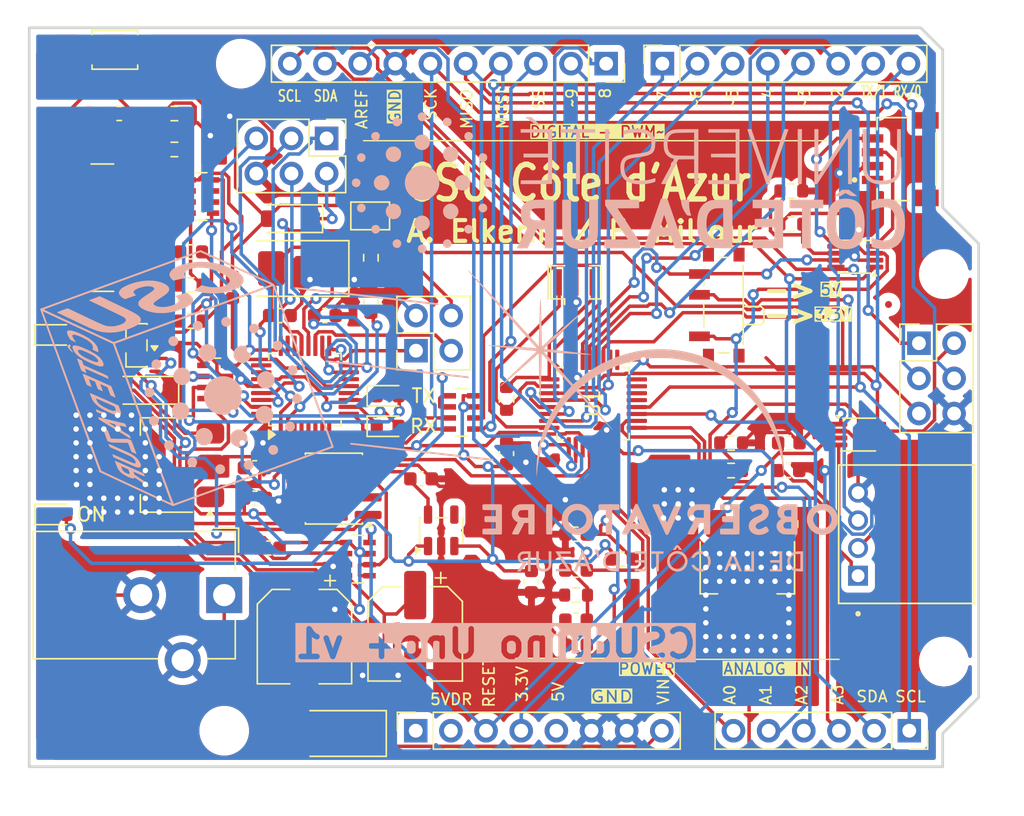
<source format=kicad_pcb>
(kicad_pcb (version 20241229) (generator "pcbnew") (generator_version "9.0")
  (layers (0 "F.Cu" signal) (4 "In1.Cu" power) (6 "In2.Cu" power) (2 "B.Cu" signal) (13 "F.Paste" user) (15 "B.Paste" user) (5 "F.SilkS" user "F.Silkscreen") (7 "B.SilkS" user "B.Silkscreen") (1 "F.Mask" user) (3 "B.Mask" user) (25 "Edge.Cuts" user))
  (net 0 "")
  (net 1 "/ATmega16U2/RXD")
  (net 2 "/ATmega16U2/TXD")
  (net 3 "Net-(U2-PC0{slash}XTAL2)")
  (net 4 "Net-(U2-XTAL1)")
  (net 5 "Net-(RN3D-R4.2)")
  (net 6 "USHD")
  (net 8 "GNDD")
  (net 9 "GNDA")
  (net 10 "Net-(RN1A-R1.1)")
  (net 11 "Net-(D3-A)")
  (net 12 "+5VD")
  (net 13 "D-")
  (net 16 "/ATmega16U2/USBVCC")
  (net 17 "Net-(Q1-G)")
  (net 18 "/connector/VIN")
  (net 19 "+3V3D")
  (net 20 "Net-(RN2A-R1.2)")
  (net 21 "/ATmega328p/SCK")
  (net 22 "/ATmega328p/PB0{slash}ICP")
  (net 23 "/ATmega328p/PD3")
  (net 24 "/ATmega328p/AD3")
  (net 25 "/ATmega328p/PD6")
  (net 26 "/ATmega328p/MISO")
  (net 27 "/ATmega328p/AD1")
  (net 28 "/ATmega328p/MOSI")
  (net 29 "/ATmega328p/AREF")
  (net 30 "/ATmega328p/AD2")
  (net 31 "+5VA")
  (net 32 "/ATmega328p/PB1{slash}OC1")
  (net 33 "/ATmega328p/PD4")
  (net 34 "/ATmega328p/PD7")
  (net 35 "/ATmega328p/AD0")
  (net 36 "/ATmega328p/SS")
  (net 37 "/ATmega328p/SCL")
  (net 38 "/ATmega328p/PD2")
  (net 39 "/ATmega328p/PD5")
  (net 40 "/ATmega328p/SDA")
  (net 41 "/ATmega328p/~{RESET}{slash}PC6")
  (net 42 "RST")
  (net 44 "Net-(U2-UCAP)")
  (net 48 "/ATmega16U2/DTR")
  (net 50 "Net-(RN4B-R2.2)")
  (net 51 "MISO2")
  (net 52 "/ATmega16U2/PB6")
  (net 53 "Net-(TX1-K)")
  (net 54 "/ATmega16U2/PB4")
  (net 56 "/ATmega16U2/PB5")
  (net 57 "/ATmega16U2/PB7")
  (net 59 "MOSI2")
  (net 60 "SCK2")
  (net 61 "Net-(RN4A-R1.2)")
  (net 62 "D+")
  (net 65 "Net-(RX1-K)")
  (net 66 "Net-(RN2B-R2.2)")
  (net 67 "Net-(ON1-A)")
  (net 68 "Net-(RN2C-R3.2)")
  (net 70 "Net-(D4-A)")
  (net 72 "Net-(RN3A-R1.2)")
  (net 74 "Net-(J8-CC1)")
  (net 75 "Net-(J8-CC2)")
  (net 76 "Net-(F1-Pad1)")
  (net 77 "+3V3Dbig")
  (net 78 "Net-(U8-A2)")
  (net 79 "Net-(U8-A1)")
  (net 80 "Net-(SW2-B)")
  (net 81 "Net-(U7-A2)")
  (net 82 "Net-(U7-A1)")
  (net 83 "Net-(U7-OE)")
  (net 84 "Net-(U8-OE)")
  (net 85 "Net-(U1-XTAL2{slash}PB7)")
  (net 86 "Net-(U1-XTAL1{slash}PB6)")
  (footprint "Connector_PinHeader_2.54mm:PinHeader_2x03_P2.54mm_Vertical" (layer "F.Cu") (at 138.6 79 -90)
    (property "Reference" "J1" (hide yes))
    (property "Value" "3x2M" (hide yes))
  )
  (footprint "Package_QFP:TQFP-32_5x5mm_P0.5mm" (layer "F.Cu") (at 137.0375 97.15 90)
    (property "Reference" "U2" (hide yes))
    (property "Value" "ATmega16U2-M" (hide yes))
  )
  (footprint "Custom_ports:Grove_Seeed_90d_110990037" (layer "F.Cu") (at 180.5 107.6 90)
    (property "Reference" "J9" (hide yes))
    (property "Value" "110990037" (hide yes))
  )
  (footprint "Resistor_SMD:R_0603_1608Metric" (layer "F.Cu") (at 167.825 101 180)
    (property "Reference" "R8" (hide yes))
    (property "Value" "100K" (hide yes))
  )
  (footprint "LED_SMD:LED_0603_1608Metric" (layer "F.Cu") (at 119 93.2)
    (property "Reference" "D3" (hide yes))
    (property "Value" "YELLOW" (hide yes))
  )
  (footprint "Package_TO_SOT_SMD:SOT-23" (layer "F.Cu") (at 124.8625 93.95 180)
    (property "Reference" "Q1" (hide yes))
    (property "Value" "FDN340P" (hide yes))
  )
  (footprint "Fuse:Fuse_0603_1608Metric" (layer "F.Cu") (at 128.8125 87.2)
    (property "Reference" "F1" (hide yes))
    (property "Value" "Polyfuse" (hide yes))
  )
  (footprint "Connector_USB:USB_C_Receptacle_GCT_USB4135-GF-A_6P_TopMnt_Horizontal" (layer "F.Cu") (at 121.1675 85.45 -90)
    (property "Reference" "J8" (hide yes))
    (property "Value" "USB_C_Receptacle_USB2.0_16P" (hide yes))
  )
  (footprint "Capacitor_SMD:C_0603_1608Metric" (layer "F.Cu") (at 133.425 105 180)
    (property "Reference" "C9" (hide yes))
    (property "Value" "0.1uF" (hide yes))
  )
  (footprint "Connector_BarrelJack:BarrelJack_CUI_PJ-102AH_Horizontal" (layer "F.Cu") (at 131.2 112 -90)
    (property "Reference" "X1" (hide yes))
    (property "Value" "POWERSUPPLY" (hide yes))
  )
  (footprint "Diode_SMD:D_SOD-123" (layer "F.Cu") (at 135.95 84.8 180)
    (property "Reference" "D1" (hide yes))
    (property "Value" "1N4148" (hide yes))
  )
  (footprint "Package_TO_SOT_SMD:SOT-23-5" (layer "F.Cu") (at 146.878 107.3205 90)
    (property "Reference" "U3" (hide yes))
    (property "Value" "LP2985-3.3" (hide yes))
  )
  (footprint "MountingHole:MountingHole_3.2mm_M3" (layer "F.Cu") (at 183.2 88.8)
    (property "Reference" "H3" (hide yes))
    (property "Value" "MountingHole_Pad" (hide yes))
  )
  (footprint "Capacitor_SMD:C_0603_1608Metric" (layer "F.Cu") (at 156.625 115.6)
    (property "Reference" "C15" (hide yes))
    (property "Value" "4.7uF" (hide yes))
  )
  (footprint "Capacitor_SMD:C_0603_1608Metric" (layer "F.Cu") (at 133.4 102.8 180)
    (property "Reference" "C10" (hide yes))
    (property "Value" "0.1uF" (hide yes))
  )
  (footprint "Resistor_SMD:R_0603_1608Metric" (layer "F.Cu") (at 141.8 87.625 -90)
    (property "Reference" "R3" (hide yes))
    (property "Value" "1M" (hide yes))
  )
  (footprint "Resistor_SMD:R_Array_Concave_4x0603" (layer "F.Cu") (at 130.55 96.6 180)
    (property "Reference" "RN2" (hide yes))
    (property "Value" "1K" (hide yes))
  )
  (footprint "Resistor_SMD:R_0603_1608Metric" (layer "F.Cu") (at 151.6 97.825 -90)
    (property "Reference" "R1" (hide yes))
    (property "Value" "1M" (hide yes))
  )
  (footprint "Capacitor_SMD:C_0603_1608Metric" (layer "F.Cu") (at 131.8 89.775 90)
    (property "Reference" "C6" (hide yes))
    (property "Value" "0.1uF" (hide yes))
  )
  (footprint "Fiducial:Fiducial_0.5mm_Mask1.5mm" (layer "F.Cu") (at 118.2 123.2)
    (property "Reference" "FID1" (hide yes))
    (property "Value" "Fiducial" (hide yes))
  )
  (footprint "Capacitor_SMD:C_0603_1608Metric" (layer "F.Cu") (at 134.425 108.6)
    (property "Reference" "C18" (hide yes))
    (property "Value" "0.1uF" (hide yes))
  )
  (footprint "Capacitor_SMD:C_0603_1608Metric" (layer "F.Cu") (at 145.425 103.6)
    (property "Reference" "C12" (hide yes))
    (property "Value" "1uF" (hide yes))
  )
  (footprint "Resistor_SMD:R_0603_1608Metric" (layer "F.Cu") (at 156.625 112 180)
    (property "Reference" "R2" (hide yes))
    (property "Value" "0" (hide yes))
  )
  (footprint "Capacitor_SMD:C_0603_1608Metric" (layer "F.Cu") (at 156.625 110.2)
    (property "Reference" "C3" (hide yes))
    (property "Value" "0.1uF" (hide yes))
  )
  (footprint "Connector_PinSocket_2.54mm:PinSocket_1x06_P2.54mm_Vertical" (layer "F.Cu") (at 180.7 121.8 -90)
    (property "Reference" "J5" (hide yes))
    (property "Value" "POWER" (hide yes))
  )
  (footprint "Connector_PinSocket_2.54mm:PinSocket_1x08_P2.54mm_Vertical" (layer "F.Cu") (at 145.04 121.8 90)
    (property "Reference" "J7" (hide yes))
    (property "Value" "Conn_01x08_Socket" (hide yes))
  )
  (footprint "Crystal:Crystal_SMD_0603-2Pin_6.0x3.5mm" (layer "F.Cu") (at 136.8 88.4 180)
    (property "Reference" "Y2" (hide yes))
    (property "Value" "16MHz" (hide yes))
  )
  (footprint "Capacitor_SMD:C_0603_1608Metric" (layer "F.Cu") (at 156.625 113.8)
    (property "Reference" "C14" (hide yes))
    (property "Value" "0.1uF" (hide yes))
  )
  (footprint "LED_SMD:LED_0603_1608Metric" (layer "F.Cu") (at 143.0125 99.8)
    (property "Reference" "RX")
    (property "Value" "YELLOW" (hide yes))
  )
  (footprint "Fiducial:Fiducial_0.5mm_Mask1.5mm" (layer "F.Cu") (at 118.2 72)
    (property "Reference" "FID2" (hide yes))
    (property "Value" "Fiducial" (hide yes))
  )
  (footprint "Capacitor_SMD:C_0603_1608Metric" (layer "F.Cu") (at 156.625 107.6)
    (property "Reference" "C5" (hide yes))
    (property "Value" "0.1uF" (hide yes))
  )
  (footprint "Package_SO:VSSOP-8_2.3x2mm_P0.5mm" (layer "F.Cu") (at 176.8 87.55 180)
    (property "Reference" "U8" (hide yes))
    (property "Value" "TXS0102DCU" (hide yes))
  )
  (footprint "Capacitor_SMD:C_0603_1608Metric" (layer "F.Cu") (at 151.6 101.775 -90)
    (property "Reference" "C4" (hide yes))
    (property "Value" "0.1uF" (hide yes))
  )
  (footprint "Crystal:Resonator_SMD_Murata_CSTxExxV-3Pin_3.0x1.1mm" (layer "F.Cu") (at 156.6 89.4)
    (property "Reference" "Y3" (hide yes))
    (property "Value" "Resonator" (hide yes))
  )
  (footprint "Resistor_SMD:R_0603_1608Metric" (layer "F.Cu") (at 128.775 92.2 180)
    (property "Reference" "R5" (hide yes))
    (property "Value" "10K" (hide yes))
  )
  (footprint "MountingHole:MountingHole_3.2mm_M3" (layer "F.Cu") (at 132.4 73.6)
    (property "Reference" "H2" (hide yes))
    (property "Value" "MountingHole_Pad" (hide yes))
  )
  (footprint "Capacitor_SMD:C_0603_1608Metric" (layer "F.Cu") (at 172 101 180)
    (property "Reference" "C21" (hide yes))
    (property "Value" "2.2uF" (hide yes))
  )
  (footprint "Button_Switch_SMD:SW_SPST_B3U-1000P" (layer "F.Cu") (at 123.3 72.6 180)
    (property "Reference" "SW1" (hide yes))
    (property "Value" "RESET" (hide yes))
  )
  (footprint "Package_QFP:TQFP-32_5x5mm_P0.5mm" (layer "F.Cu") (at 157.85 98.1625 -90)
    (property "Reference" "U1")
    (property "Value" "ATmega328P-P" (hide yes))
  )
  (footprint "Button_Switch_SMD:SW_SPDT_PCM12" (layer "F.Cu") (at 166.97 91.05 90)
    (property "Reference" "SW2" (hide yes))
    (property "Value" "SW_SPDT" (hide yes))
  )
  (footprint "LED_SMD:LED_0603_1608Metric" (layer "F.Cu") (at 143.0125 97.6)
    (property "Reference" "TX")
    (property "Value" "YELLOW" (hide yes))
  )
  (footprint "Diode_SMD:D_SMA" (layer "F.Cu") (at 139.4 122 180)
    (property "Reference" "D4" (hide yes))
    (property "Value" "1N4148" (hide yes))
  )
  (footprint "Package_TO_SOT_SMD:SOT-223-3_TabPin2" (layer "F.Cu") (at 169 110 -90)
    (property "Reference" "U6" (hide yes))
    (property "Value" "SPX2920M3-3.3_SOT223" (hide yes))
  )
  (footprint "LED_SMD:LED_0603_1608Metric" (layer "F.Cu") (at 119.0125 106.172)
    (property "Reference" "ON")
    (property "Value" "GREEN" (hide yes))
  )
  (footprint "Capacitor_SMD:CP_Elec_6.3x5.4" (layer "F.Cu") (at 137 115 -90)
    (property "Reference" "C17" (hide yes))
    (property "Value" "47uF" (hide yes))
  )
  (footprint "Capacitor_SMD:C_0603_1608Metric" (layer "F.Cu") (at 171.975 103 180)
    (property "Reference" "C19" (hide yes))
    (property "Value" "0.1uF" (hide yes))
  )
  (footprint "Inductor_SMD:L_0603_1608Metric" (layer "F.Cu") (at 123.6125 77.2)
    (property "Reference" "FB1" (hide yes))
    (property "Value" "FerriteBead" (hide yes))
  )
  (footprint "MountingHole:MountingHole_3.2mm_M3" (layer "F.Cu") (at 131.2 121.8)
    (property "Reference" "H1" (hide yes))
    (property "Value" "MountingHole_Pad" (hide yes))
  )
  (footprint "Fiducial:Fiducial_0.5mm_Mask1.5mm" (layer "F.Cu") (at 179.2 91)
    (property "Reference" "FID3" (hide yes))
    (property "Value" "Fiducial" (hide yes))
  )
  (footprint "Resistor_SMD:R_0603_1608Metric" (layer "F.Cu") (at 128.775 89.6 180)
    (property "Reference" "R4" (hide yes))
    (property "Value" "10K" (hide yes))
  )
  (footprint "MountingHole:MountingHole_3.2mm_M3" (layer "F.Cu") (at 183.2 116.8)
    (property "Reference" "H4" (hide yes))
    (property "Value" "MountingHole_Pad" (hide yes))
  )
  (footprint "Package_SO:VSSOP-8_2.3x2mm_P0.5mm" (layer "F.Cu") (at 177 100.4)
    (property "Reference" "U7" (hide yes))
    (property "Value" "TXS0102DCU" (hide yes))
  )
  (footprint "Package_SO:SOIC-8_3.9x4.9mm_P1.27mm" (layer "F.Cu") (at 139.125 104.305 180)
    (property "Reference" "U4" (hide yes))
    (property "Value" "LMV358" (hide yes))
  )
  (footprint "Capacitor_SMD:C_0603_1608Metric" (layer "F.Cu") (at 141.8 90.825 90)
    (property "Reference" "C11" (hide yes))
    (property "Value" "1uF" (hide yes))
  )
  (footprint "Resistor_SMD:R_Array_Concave_4x0603" (layer "F.Cu") (at 148.35 98.8 180)
    (property "Reference" "RN4" (hide yes))
    (property "Value" "1K")
  )
  (footprint "Jumper:SolderJumper-2_P1.3mm_Open_Pad1.0x1.5mm" (layer "F.Cu") (at 141.75 84.6)
    (property "Reference" "RESET-EN1" (hide yes))
    (property "Value" "SolderJumper_2_Open" (hide yes))
  )
  (footprint "Resistor_SMD:R_0603_1608Metric" (layer "F.Cu") (at 127.6 79.8 180)
    (property "Reference" "R7" (hide yes))
    (property "Value" "5.1K" (hide yes))
  )
  (footprint "Resistor_SMD:R_Array_Concave_4x0603" (layer "F.Cu") (at 129.55 83.2 180)
    (property "Reference" "RN3" (hide yes))
    (property "Value" "22R" (hide yes))
  )
  (footprint "Resistor_SMD:R_0603_1608Metric" (layer "F.Cu") (at 172.175 85.2)
    (property "Reference" "R11" (hide yes))
    (property "Value" "10K" (hide yes))
  )
  (footprint "Resistor_SMD:R_Array_Concave_4x0603" (layer "F.Cu") (at 140.85 109.4 180)
    (property "Reference" "RN1" (hide yes))
    (property "Value" "10K" (hide yes))
  )
  (footprint "Custom_ports:QWIIC_SPARKFUN_14417" (layer "F.Cu") (at 180.5 80.5 90)
    (property "Reference" "J3" (hide yes))
    (property "Value" "PRT-14417" (hide yes))
  )
  (footprint "Capacitor_SMD:CP_Elec_6.3x5.4" (layer "F.Cu") (at 145 114.8 -90)
    (property "Reference" "C16" (hide yes))
    (property "Value" "47uF" (hide yes))
  )
  (footprint "Resistor_SMD:R_0603_1608Metric" (layer "F.Cu") (at 127.6 77.2 180)
    (property "Reference" "R6" (hide yes))
    (property "Value" "5.1K" (hide yes))
  )
  (footprint "Connector_PinSocket_2.54mm:PinSocket_1x08_P2.54mm_Vertical" (layer "F.Cu") (at 162.86 73.6 90)
    (property "Reference" "J6" (hide yes))
    (property "Value" "Conn_01x08_Socket" (hide yes))
  )
  (footprint "Resistor_SMD:R_0603_1608Metric" (layer "F.Cu") (at 172.175 82.8 180)
    (property "Reference" "R10" (hide yes))
    (property "Value" "100K" (hide yes))
  )
  (footprint "Capacitor_SMD:C_0603_1608Metric" (layer "F.Cu") (at 153.4 111.025 -90)
    (property "Reference" "C13" (hide yes))
    (property "Value" "0.1uF" (hide yes))
  )
  (footprint "Connector_PinSocket_2.54mm:PinSocket_1x10_P2.54mm_Vertical" (layer "F.Cu") (at 158.8 73.6 -90)
    (property "Reference" "J4" (hide yes))
    (property "Value" "Conn_01x10_Socket" (hide yes))
  )
  (footprint "Connector_PinHeader_2.54mm:PinHeader_2x02_P2.54mm_Vertical" (layer "F.Cu") (at 145.06 94.34 90)
    (property "Reference" "J2" (hide yes))
    (property "Value" "2x2M" (hide yes))
  )
  (footprint "Capacitor_SMD:C_0603_1608Metric" (layer "F.Cu") (at 138.475 91.8 180)
    (property "Reference" "C8" (hide yes))
    (property "Value" "22pF" (hide yes))
  )
  (footprint "Inductor_SMD:L_0603_1608Metric" (layer "F.Cu") (at 159.9375 109.4 180)
    (property "Reference" "FB2" (hide yes))
    (property "Value" "1K" (hide yes))
  )
  (footprint "Package_TO_SOT_SMD:SOT-223-3_TabPin2" (layer "F.Cu") (at 127.05 102.6 180)
    (property "Reference" "U5" (hide yes))
    (property "Value" "NCP1117-5.0_SOT223" (hide yes))
  )
  (footprint "Diode_SMD:D_SOD-123" (layer "F.Cu") (at 125.55 97.2 180)
    (property "Reference" "D2" (hide yes))
    (property "Value" "1N4148" (hide yes))
  )
  (footprint "Resistor_SMD:R_0603_1608Metric" (layer "F.Cu") (at 167.825 103)
    (property "Reference" "R9" (hide yes))
    (property "Value" "10K" (hide yes))
  )
  (footprint "Connector_PinHeader_2.54mm:PinHeader_2x03_P2.54mm_Vertical" (layer "F.Cu") (at 181.4 93.8)
    (property "Reference" "ICSP1" (hide yes))
    (property "Value" "3x2M" (hide yes))
  )
  (footprint "Capacitor_SMD:C_0603_1608Metric" (layer "F.Cu") (at 135.225 91.8 180)
    (property "Reference" "C7" (hide yes))
    (property "Value" "22pF" (hide yes))
  )
  (footprint "LOGO" (layer "B.Cu") (at 133.7 96.1 180)
    (property "Reference" "G***" (hide yes))
    (property "Value" "LOGO" (hide yes))
  )
  (footprint "LOGO" (layer "B.Cu") (at 162 97.9 180)
    (property "Reference" "G***" (hide yes))
    (property "Value" "LOGO" (hide yes))
  )
  (footprint "LOGO" (layer "B.Cu") (at 160.4 82.2 180)
    (property "Reference" "G***" (hide yes))
    (property "Value" "LOGO" (hide yes))
  )
  (gr_poly (pts (xy 117.113925 71) (xy 181.513925 71) (xy 183.113925 72.6) (xy 183.113925 84) (xy 185.713925 86.6) (xy 185.713925 119.4) (xy 183.113925 122) (xy 183.113925 124.4) (xy 117.113925 124.4)) (stroke (width 0.2)) (fill no) (layer "Edge.Cuts"))
  (gr_text "5V" (at 155.8 119.8 90) (layer "F.SilkS") (effects (font (size 0.8 0.8) (thickness 0.125) (bold yes)) (justify left bottom)))
  (gr_text "CSU Côte d'Azur\n" (at 144.1 83.7 0) (layer "F.SilkS") (effects (font (size 2.5 2) (thickness 0.4) (bold yes)) (justify left bottom)))
  (gr_text "->" (at 170 90.8 0) (layer "F.SilkS") (effects (font (size 1.5 1.5) (thickness 0.3) (bold yes)) (justify left bottom)))
  (gr_text "->" (at 170 92.6 0) (layer "F.SilkS") (effects (font (size 1.5 1.5) (thickness 0.3) (bold yes)) (justify left bottom)))
  (gr_text "5V" (at 174.2 90.4 0) (layer "F.SilkS" knockout) (effects (font (size 0.8 0.8) (thickness 0.125) (bold yes)) (justify left bottom)))
  (gr_text "SDA" (at 137.6 76.4 0) (layer "F.SilkS") (effects (font (size 0.8 0.6) (thickness 0.125) (bold yes)) (justify left bottom)))
  (gr_text "MOSI" (at 151.8 78.4 90) (layer "F.SilkS") (effects (font (size 0.8 0.8) (thickness 0.125) (bold yes)) (justify left bottom)))
  (gr_text "RX/0" (at 179.505052 76.086774 0) (layer "F.SilkS") (effects (font (size 0.8 0.5) (thickness 0.125) (bold yes)) (justify left bottom)))
  (gr_text "8" (at 159.2 76.2 90) (layer "F.SilkS") (effects (font (size 0.8 0.8) (thickness 0.125) (bold yes)) (justify left bottom)))
  (gr_text "~9" (at 156.8 76.8 90) (layer "F.SilkS") (effects (font (size 0.8 0.8) (thickness 0.125) (bold yes)) (justify left bottom)))
  (gr_text "2" (at 176 76.2 90) (layer "F.SilkS") (effects (font (size 0.8 0.8) (thickness 0.125) (bold yes)) (justify left bottom)))
  (gr_text "~6" (at 165.8 76.8 90) (layer "F.SilkS") (effects (font (size 0.8 0.8) (thickness 0.125) (bold yes)) (justify left bottom)))
  (gr_text "A. Elkerm / F. Millour" (at 144.2 86.6 0) (layer "F.SilkS") (effects (font (size 1.5 1.5) (thickness 0.3) (bold yes)) (justify left bottom)))
  (gr_text "SDA" (at 176.8 119.8 0) (layer "F.SilkS") (effects (font (size 0.8 0.8) (thickness 0.125) (bold yes)) (justify left bottom)))
  (gr_text "~3" (at 173.6 76.8 90) (layer "F.SilkS") (effects (font (size 0.8 0.8) (thickness 0.125) (bold yes)) (justify left bottom)))
  (gr_text "VIN" (at 163.4 120 90) (layer "F.SilkS") (effects (font (size 0.8 0.8) (thickness 0.125) (bold yes)) (justify left bottom)))
  (gr_text "_______________" (at 152.2 116.6 0) (layer "F.SilkS") (effects (font (size 1 1) (thickness 0.1)) (justify left bottom)))
  (gr_text "A3" (at 176 120 90) (layer "F.SilkS") (effects (font (size 0.8 0.8) (thickness 0.125) (bold yes)) (justify left bottom)))
  (gr_text "SCK" (at 146.6 77.8 90) (layer "F.SilkS") (effects (font (size 0.8 0.8) (thickness 0.125) (bold yes)) (justify left bottom)))
  (gr_text "4" (at 171 76.2 90) (layer "F.SilkS") (effects (font (size 0.8 0.8) (thickness 0.125) (bold yes)) (justify left bottom)))
  (gr_text "A2" (at 173.4 120 90) (layer "F.SilkS") (effects (font (size 0.8 0.8) (thickness 0.125) (bold yes)) (justify left bottom)))
  (gr_text "A0" (at 168.2 120 90) (layer "F.SilkS") (effects (font (size 0.8 0.8) (thickness 0.125) (bold yes)) (justify left bottom)))
  (gr_text "____________________________________________" (at 141.2 79.2 0) (layer "F.SilkS") (effects (font (size 1 1) (thickness 0.1)) (justify left bottom)))
  (gr_text "MISO" (at 149.2 78.4 90) (layer "F.SilkS") (effects (font (size 0.8 0.8) (thickness 0.125) (bold yes)) (justify left bottom)))
  (gr_text "7" (at 163.4 76.4 90) (layer "F.SilkS") (effects (font (size 0.8 0.8) (thickness 0.125) (bold yes)) (justify left bottom)))
  (gr_text "SCL" (at 135 76.4 0) (layer "F.SilkS") (effects (font (size 0.8 0.6) (thickness 0.125) (bold yes)) (justify left bottom)))
  (gr_text "AREF" (at 141.6 78.4 90) (layer "F.SilkS") (effects (font (size 0.8 0.8) (thickness 0.125) (bold yes)) (justify left bottom)))
  (gr_text "A1" (at 170.8 120 90) (layer "F.SilkS") (effects (font (size 0.8 0.8) (thickness 0.125) (bold yes)) (justify left bottom)))
  (gr_text "RESET" (at 150.8 120.2 90) (layer "F.SilkS") (effects (font (size 0.8 0.8) (thickness 0.125) (bold yes)) (justify left bottom)))
  (gr_text "~5" (at 168.4 76.8 90) (layer "F.SilkS") (effects (font (size 0.8 0.8) (thickness 0.125) (bold yes)) (justify left bottom)))
  (gr_text "POWER" (at 159.6 117.8 0) (layer "F.SilkS" knockout) (effects (font (size 0.8 0.8) (thickness 0.125) (bold yes)) (justify left bottom)))
  (gr_text "TX/1" (at 177.1384 76.086774 0) (layer "F.SilkS") (effects (font (size 0.8 0.5) (thickness 0.125) (bold yes)) (justify left bottom)))
  (gr_text "_______________" (at 164.133153 116.675271 0) (layer "F.SilkS") (effects (font (size 1 1) (thickness 0.1)) (justify left bottom)))
  (gr_text "ANALOG IN" (at 167.2 117.8 0) (layer "F.SilkS" knockout) (effects (font (size 0.8 0.8) (thickness 0.125) (bold yes)) (justify left bottom)))
  (gr_text "GND" (at 157.6 119.8 0) (layer "F.SilkS" knockout) (effects (font (size 0.8 1) (thickness 0.125) (bold yes)) (justify left bottom)))
  (gr_text "3.3V" (at 173.8 92.2 0) (layer "F.SilkS" knockout) (effects (font (size 0.8 0.8) (thickness 0.125) (bold yes)) (justify left bottom)))
  (gr_text "DIGITAL - PWM~" (at 153.2 79 0) (layer "F.SilkS" knockout) (effects (font (size 0.8 0.8) (thickness 0.125) (bold yes)) (justify left bottom)))
  (gr_text "3.3V" (at 153.2 119.8 90) (layer "F.SilkS") (effects (font (size 0.8 0.8) (thickness 0.125) (bold yes)) (justify left bottom)))
  (gr_text "GND" (at 144 78 90) (layer "F.SilkS" knockout) (effects (font (size 0.8 0.8) (thickness 0.125) (bold yes)) (justify left bottom)))
  (gr_text "5VDR" (at 146 120 0) (layer "F.SilkS") (effects (font (size 0.8 0.8) (thickness 0.125) (bold yes)) (justify left bottom)))
  (gr_text "SCL" (at 179.6 119.8 0) (layer "F.SilkS") (effects (font (size 0.8 0.8) (thickness 0.125) (bold yes)) (justify left bottom)))
  (gr_text "SS" (at 154.4 77 90) (layer "F.SilkS") (effects (font (size 0.8 0.8) (thickness 0.125) (bold yes)) (justify left bottom)))
  (gr_text "CSUduino Uno+ v1" (at 165.5 116.7 0) (layer "B.SilkS" knockout) (effects (font (size 2 2) (thickness 0.4) (bold yes)) (justify left bottom mirror)))
  (segment (start 158.1614 88.174) (end 158.276 88.174) (width 0.25) (layer "F.Cu") (net 1))
  (segment (start 155.8 96.347297) (end 156.464203 97.0115) (width 0.25) (layer "F.Cu") (net 1))
  (segment (start 158.679791 96.1239) (end 159.0146 96.1239) (width 0.25) (layer "F.Cu") (net 1))
  (segment (start 178.4 99.65) (end 178.4 96.9353) (width 0.25) (layer "F.Cu") (net 1))
  (segment (start 158.1581 88.1707) (end 158.1614 88.174) (width 0.25) (layer "F.Cu") (net 1))
  (segment (start 158.2838 96.8547) (end 158.2838 96.519891) (width 0.25) (layer "F.Cu") (net 1))
  (segment (start 159.0146 96.1239) (end 159.1 96.0385) (width 0.25) (layer "F.Cu") (net 1))
  (segment (start 158.127 97.0115) (end 158.2838 96.8547) (width 0.25) (layer "F.Cu") (net 1))
  (segment (start 155.0507 88.1707) (end 158.1581 88.1707) (width 0.25) (layer "F.Cu") (net 1))
  (segment (start 178.3053 96.8406) (end 177.4467 95.982) (width 0.25) (layer "F.Cu") (net 1))
  (segment (start 156.464203 97.0115) (end 158.127 97.0115) (width 0.25) (layer "F.Cu") (net 1))
  (segment (start 178.4 96.9353) (end 178.3053 96.8406) (width 0.25) (layer "F.Cu") (net 1))
  (segment (start 160.1513 96.0385) (end 159.1 96.0385) (width 0.25) (layer "F.Cu") (net 1))
  (segment (start 149.9267 99.2) (end 149.9267 93.2947) (width 0.25) (layer "F.Cu") (net 1))
  (segment (start 158.3283 88.3409) (end 158.3283 90.943) (width 0.25) (layer "F.Cu") (net 1))
  (segment (start 159.1 95) (end 159.1 96.0385) (width 0.25) (layer "F.Cu") (net 1))
  (segment (start 149.2 99.2) (end 149.9267 99.2) (width 0.25) (layer "F.Cu") (net 1))
  (segment (start 158.276 88.174) (end 158.276 88.2886) (width 0.25) (layer "F.Cu") (net 1))
  (segment (start 158.276 88.2886) (end 158.3283 88.3409) (width 0.25) (layer "F.Cu") (net 1))
  (segment (start 155.0885 95.2854) (end 155.8 95.9969) (width 0.25) (layer "F.Cu") (net 1))
  (segment (start 158.2838 96.519891) (end 158.679791 96.1239) (width 0.25) (layer "F.Cu") (net 1))
  (segment (start 149.9267 93.2947) (end 155.0507 88.1707) (width 0.25) (layer "F.Cu") (net 1))
  (segment (start 155.0885 94.1828) (end 155.0885 95.2854) (width 0.25) (layer "F.Cu") (net 1))
  (segment (start 177.4467 95.982) (end 160.2078 95.982) (width 0.25) (layer "F.Cu") (net 1))
  (segment (start 155.8 95.9969) (end 155.8 96.347297) (width 0.25) (layer "F.Cu") (net 1))
  (segment (start 158.3283 90.943) (end 155.0885 94.1828) (width 0.25) (layer "F.Cu") (net 1))
  (segment (start 160.2078 95.982) (end 160.1513 96.0385) (width 0.25) (layer "F.Cu") (net 1))
  (via (at 178.3053 96.8406) (size 0.8) (drill 0.4) (layers "F.Cu" "B.Cu") (net 1))
  (segment (start 178.4073 96.7386) (end 178.4073 75.8327) (width 0.25) (layer "B.Cu") (net 1))
  (segment (start 178.4073 75.8327) (end 180.64 73.6) (width 0.25) (layer "B.Cu") (net 1))
  (segment (start 178.3053 96.8406) (end 178.4073 96.7386) (width 0.25) (layer "B.Cu") (net 1))
  (segment (start 178.1 73.6) (end 176.5828 75.1172) (width 0.25) (layer "F.Cu") (net 2))
  (segment (start 149.2 100) (end 149.9267 100) (width 0.25) (layer "F.Cu") (net 2))
  (segment (start 168.6349 91.5933) (end 168.9434 91.9018) (width 0.25) (layer "F.Cu") (net 2))
  (segment (start 150.4733 99.7989) (end 150.1278 99.7989) (width 0.25) (layer "F.Cu") (net 2))
  (segment (start 162.2444 93.6958) (end 164.3469 91.5933) (width 0.25) (layer "F.Cu") (net 2))
  (segment (start 159.089 93.6958) (end 162.2444 93.6958) (width 0.25) (layer "F.Cu") (net 2))
  (segment (start 175.7511 98.8836) (end 175.7511 99.4989) (width 0.25) (layer "F.Cu") (net 2))
  (segment (start 150.1278 99.7989) (end 149.9267 100) (width 0.25) (layer "F.Cu") (net 2))
  (segment (start 175.7511 99.4989) (end 175.6 99.65) (width 0.25) (layer "F.Cu") (net 2))
  (segment (start 164.3469 91.5933) (end 168.6349 91.5933) (width 0.25) (layer "F.Cu") (net 2))
  (segment (start 168.9434 91.9018) (end 175.2059 91.9018) (width 0.25) (layer "F.Cu") (net 2))
  (segment (start 175.7512 98.8836) (end 175.7511 98.8836) (width 0.25) (layer "F.Cu") (net 2))
  (segment (start 158.6 95) (end 158.6 94.1848) (width 0.25) (layer "F.Cu") (net 2))
  (segment (start 176.5828 75.1172) (end 150.661 75.1172) (width 0.25) (layer "F.Cu") (net 2))
  (segment (start 158.6 94.1848) (end 159.089 93.6958) (width 0.25) (layer "F.Cu") (net 2))
  (via (at 150.4733 99.7989) (size 0.8) (drill 0.4) (layers "F.Cu" "B.Cu") (net 2))
  (via (at 175.2059 91.9018) (size 0.8) (drill 0.4) (layers "F.Cu" "B.Cu") (net 2))
  (via (at 150.661 75.1172) (size 0.8) (drill 0.4) (layers "F.Cu" "B.Cu") (net 2))
  (via (at 175.7512 98.8836) (size 0.8) (drill 0.4) (layers "F.Cu" "B.Cu") (net 2))
  (segment (start 175 88.296091) (end 175 76.7) (width 0.25) (layer "B.Cu") (net 2))
  (segment (start 175.5609 91.9018) (end 175.2059 91.9018) (width 0.25) (layer "B.Cu") (net 2))
  (segment (start 175.5609 91.9018) (end 175.5682 91.8945) (width 0.25) (layer "B.Cu") (net 2))
  (segment (start 175 76.7) (end 178.1 73.6) (width 0.25) (layer "B.Cu") (net 2))
  (segment (start 175.5609 98.6933) (end 175.5609 91.9018) (width 0.25) (layer "B.Cu") (net 2))
  (segment (start 175.5682 88.864291) (end 175 88.296091) (width 0.25) (layer "B.Cu") (net 2))
  (segment (start 175.5682 91.8945) (end 175.5682 88.864291) (width 0.25) (layer "B.Cu") (net 2))
  (segment (start 175.7512 98.8836) (end 175.5609 98.6933) (width 0.25) (layer "B.Cu") (net 2))
  (segment (start 150.661 99.6112) (end 150.4733 99.7989) (width 0.25) (layer "B.Cu") (net 2))
  (segment (start 150.661 75.1172) (end 150.661 99.6112) (width 0.25) (layer "B.Cu") (net 2))
  (segment (start 139 88.4) (end 139.05 88.45) (width 0.25) (layer "F.Cu") (net 3))
  (segment (start 137.664472 91.835528) (end 137.7 91.8) (width 0.25) (layer "F.Cu") (net 3))
  (segment (start 139 90.5) (end 137.7 91.8) (width 0.25) (layer "F.Cu") (net 3))
  (segment (start 139 88.4) (end 139 90.5) (width 0.25) (layer "F.Cu") (net 3))
  (segment (start 135.7875 99.259198) (end 136.667298 98.3794) (width 0.25) (layer "F.Cu") (net 3))
  (segment (start 137.664472 92.404019) (end 137.664472 91.835528) (width 0.25) (layer "F.Cu") (net 3))
  (segment (start 139.05 88.45) (end 141.8 88.45) (width 0.25) (layer "F.Cu") (net 3))
  (segment (start 135.7875 100.3125) (end 135.7875 99.259198) (width 0.25) (layer "F.Cu") (net 3))
  (via (at 136.667298 98.3794) (size 0.8) (drill 0.4) (layers "F.Cu" "B.Cu") (net 3))
  (via (at 137.664472 92.404019) (size 0.8) (drill 0.4) (layers "F.Cu" "B.Cu") (net 3))
  (segment (start 139.1253 97.457) (end 140.7361 95.8462) (width 0.25) (layer "B.Cu") (net 3))
  (segment (start 140.7361 95.8462) (end 140.7361 93.841) (width 0.25) (layer "B.Cu") (net 3))
  (segment (start 140.7361 93.841) (end 139.299119 92.404019) (width 0.25) (layer "B.Cu") (net 3))
  (segment (start 137.589698 97.457) (end 139.1253 97.457) (width 0.25) (layer "B.Cu") (net 3))
  (segment (start 139.299119 92.404019) (end 137.664472 92.404019) (width 0.25) (layer "B.Cu") (net 3))
  (segment (start 136.667298 98.3794) (end 137.589698 97.457) (width 0.25) (layer "B.Cu") (net 3))
  (segment (start 141.732 86.868) (end 141.8 86.8) (width 0.25) (layer "F.Cu") (net 4))
  (segment (start 134.6 88.4) (end 136.132 86.868) (width 0.25) (layer "F.Cu") (net 4))
  (segment (start 134.6 89.2875) (end 134.6 88.4) (width 0.25) (layer "F.Cu") (net 4))
  (segment (start 134.6 91.65) (end 134.45 91.8) (width 0.25) (layer "F.Cu") (net 4))
  (segment (start 135.2875 98.800428) (end 135.981955 98.105973) (width 0.25) (layer "F.Cu") (net 4))
  (segment (start 136.132 86.868) (end 141.732 86.868) (width 0.25) (layer "F.Cu") (net 4))
  (segment (start 135.981955 98.105973) (end 135.981955 97.620416) (width 0.25) (layer "F.Cu") (net 4))
  (segment (start 133.8 93) (end 133.8 92.45) (width 0.25) (layer "F.Cu") (net 4))
  (segment (start 134.6 88.4) (end 134.6 91.65) (width 0.25) (layer "F.Cu") (net 4))
  (segment (start 133.8 92.45) (end 134.45 91.8) (width 0.25) (layer "F.Cu") (net 4))
  (segment (start 135.4785 89.2875) (end 134.6 89.2875) (width 0.25) (layer "F.Cu") (net 4))
  (segment (start 135.2875 100.3125) (end 135.2875 98.800428) (width 0.25) (layer "F.Cu") (net 4))
  (via (at 133.8 93) (size 0.8) (drill 0.4) (layers "F.Cu" "B.Cu") (net 4))
  (via (at 135.981955 97.620416) (size 0.8) (drill 0.4) (layers "F.Cu" "B.Cu") (net 4))
  (segment (start 133.8 95.438461) (end 133.8 93) (width 0.25) (layer "B.Cu") (net 4))
  (segment (start 135.981955 97.620416) (end 133.8 95.438461) (width 0.25) (layer "B.Cu") (net 4))
  (segment (start 128.7 82) (end 129.4267 82) (width 0.25) (layer "F.Cu") (net 5))
  (segment (start 129.6 92.2) (end 129.8 92.2) (width 0.25) (layer "F.Cu") (net 5))
  (segment (start 132.4711 85.7043) (end 132.4711 84.6474) (width 0.25) (layer "F.Cu") (net 5))
  (segment (start 131.5284 83.7047) (end 131.5284 81.8289) (width 0.25) (layer "F.Cu") (net 5))
  (segment (start 129.7841 81.5233) (end 129.4267 81.8807) (width 0.25) (layer "F.Cu") (net 5))
  (segment (start 131.2228 81.5233) (end 129.7841 81.5233) (width 0.25) (layer "F.Cu") (net 5))
  (segment (start 131.5284 81.8289) (end 131.2228 81.5233) (width 0.25) (layer "F.Cu") (net 5))
  (segment (start 131.0073 87.1681) (end 132.4711 85.7043) (width 0.25) (layer "F.Cu") (net 5))
  (segment (start 129.4267 81.8807) (end 129.4267 82) (width 0.25) (layer "F.Cu") (net 5))
  (segment (start 129.8 92.2) (end 131.0073 90.9927) (width 0.25) (layer "F.Cu") (net 5))
  (segment (start 132.4711 84.6474) (end 131.5284 83.7047) (width 0.25) (layer "F.Cu") (net 5))
  (segment (start 131.0073 90.9927) (end 131.0073 87.1681) (width 0.25) (layer "F.Cu") (net 5))
  (segment (start 122.825 80) (end 122.5 80.325) (width 0.25) (layer "F.Cu") (net 6))
  (segment (start 124.145 90.575) (end 122 90.575) (width 0.25) (layer "F.Cu") (net 6))
  (segment (start 124.145 90.575) (end 124.2866 90.7166) (width 0.25) (layer "F.Cu") (net 6))
  (segment (start 127.5468 90.0032) (end 127.95 89.6) (width 0.25) (layer "F.Cu") (net 6))
  (segment (start 125 90.0032) (end 127.5468 90.0032) (width 0.25) (layer "F.Cu") (net 6))
  (segment (start 120.565 80.325) (end 124.145 80.325) (width 1) (layer "F.Cu") (net 6))
  (segment (start 124.145 90.575) (end 120.565 90.575) (width 1) (layer "F.Cu") (net 6))
  (segment (start 122.5 80.7201) (end 122.5 80.325) (width 0.25) (layer "F.Cu") (net 6))
  (segment (start 127.95 92.2) (end 125.77 92.2) (width 0.25) (layer "F.Cu") (net 6))
  (segment (start 125.77 92.2) (end 124.145 90.575) (width 0.25) (layer "F.Cu") (net 6))
  (segment (start 122.825 77.2) (end 122.825 80) (width 0.25) (layer "F.Cu") (net 6))
  (segment (start 122 81.2201) (end 122.5 80.7201) (width 0.25) (layer "F.Cu") (net 6))
  (segment (start 122 90.575) (end 122 81.2201) (width 0.25) (layer "F.Cu") (net 6))
  (segment (start 122.5 80.325) (end 124.145 80.325) (width 0.25) (layer "F.Cu") (net 6))
  (segment (start 124.2866 90.7166) (end 125 90.0032) (width 0.25) (layer "F.Cu") (net 6))
  (segment (start 136.8 89.8) (end 136.8 90.9134) (width 0.25) (layer "F.Cu") (net 8))
  (segment (start 156.696042 96.28733) (end 156.651362 96.28733) (width 0.25) (layer "F.Cu") (net 8))
  (segment (start 134.175 102.8) (end 133.7659 103.2091) (width 0.25) (layer "F.Cu") (net 8))
  (segment (start 136 91.8) (end 136 91.653) (width 0.25) (layer "F.Cu") (net 8))
  (segment (start 173.576 100.199) (end 172.775 101) (width 0.25) (layer "F.Cu") (net 8))
  (segment (start 121.5 72.7) (end 121.6 72.6) (width 0.25) (layer "F.Cu") (net 8))
  (segment (start 129.101 76.722292) (end 128.827708 76.449) (width 0.25) (layer "F.Cu") (net 8))
  (segment (start 129.7 95.4) (end 129.7 95.259094) (width 0.25) (layer "F.Cu") (net 8))
  (segment (start 134.646 78.533595) (end 133.512405 77.4) (width 0.25) (layer "F.Cu") (net 8))
  (segment (start 133.65 108.6) (end 133.65 108.8973) (width 0.25) (layer "F.Cu") (net 8))
  (segment (start 122.90425 83.29575) (end 122.90425 87.69575) (width 0.25) (layer "F.Cu") (net 8))
  (segment (start 136.108588 101.3598) (end 136.2875 101.180888) (width 0.25) (layer "F.Cu") (net 8))
  (segment (start 125.6809 77.4809) (end 125.4 77.2) (width 0.25) (layer "F.Cu") (net 8))
  (segment (start 139.2358 109.7625) (end 139.2733 109.8) (width 0.25) (layer "F.Cu") (net 8))
  (segment (start 155.85 105.1076) (end 155.85 107.6) (width 0.25) (layer "F.Cu") (net 8))
  (segment (start 135.133954 105.203608) (end 134.403608 105.203608) (width 0.25) (layer "F.Cu") (net 8))
  (segment (start 136.2875 101.180888) (end 136.2875 100.3125) (width 0.25) (layer "F.Cu") (net 8))
  (segment (start 118.225 108.025) (end 118.225 106.172) (width 0.25) (layer "F.Cu") (net 8))
  (segment (start 139.072465 109.925) (end 138.909965 109.7625) (width 0.25) (layer "F.Cu") (net 8))
  (segment (start 133.65 108.8973) (end 134.5152 109.7625) (width 0.25) (layer "F.Cu") (net 8))
  (segment (start 122.25 74.75) (end 121.5 74) (width 0.25) (layer "F.Cu") (net 8))
  (segment (start 175.6 100.15) (end 173.625 100.15) (width 0.25) (layer "F.Cu") (net 8))
  (segment (start 139.25 91.1643) (end 139.25 91.8) (width 0.25) (layer "F.Cu") (net 8))
  (segment (start 155.786 112.014) (end 155.8 112) (width 0.25) (layer "F.Cu") (net 8))
  (segment (start 132.9 96.9) (end 133.875 96.9) (width 0.25) (layer "F.Cu") (net 8))
  (segment (start 172 119) (end 173.5 119) (width 0.25) (layer "F.Cu") (net 8))
  (segment (start 169 119) (end 169.126 119.126) (width 0.25) (layer "F.Cu") (net 8))
  (segment (start 132.4 96.4) (end 132.9 96.9) (width 0.25) (layer "F.Cu") (net 8))
  (segment (start 122.90425 87.69575) (end 123.4085 88.2) (width 0.25) (layer "F.Cu") (net 8))
  (segment (start 134.175 104.553) (end 134.175 104.975) (width 0.25) (layer "F.Cu") (net 8))
  (segment (start 134.646 80.414) (end 134.646 78.533595) (width 0.25) (layer "F.Cu") (net 8))
  (segment (start 153.614 112.014) (end 155.786 112.014) (width 0.25) (layer "F.Cu") (net 8))
  (segment (start 133.7659 104.144) (end 130.956 104.144) (width 0.25) (layer "F.Cu") (net 8))
  (segment (start 133.52 81.54) (end 134.646 80.414) (width 0.25) (layer "F.Cu") (net 8))
  (segment (start 124.4 76.9) (end 122.25 74.75) (width 0.25) (layer "F.Cu") (net 8))
  (segment (start 134.175 104.975) (end 134.2 105) (width 0.25) (layer "F.Cu") (net 8))
  (segment (start 169.126 119.126) (end 169.126 123.126) (width 0.25) (layer "F.Cu") (net 8))
  (segment (start 124.2 82.7) (end 123.5 82.7) (width 0.25) (layer "F.Cu") (net 8))
  (segment (start 127.175 79.8) (end 129.101 77.874) (width 0.25) (layer "F.Cu") (net 8))
  (segment (start 137.4 89.2) (end 136.8 89.8) (width 0.25) (layer "F.Cu") (net 8))
  (segment (start 168.65 101) (end 169.401 100.249) (width 0.25) (layer "F.Cu") (net 8))
  (segment (start 156.6 89.4) (end 156.6 90.8) (width 0.25) (layer "F.Cu") (net 8))
  (segment (start 141.8 90.05) (end 141.45 90.05) (width 0.25) (layer "F.Cu") (net 8))
  (segment (start 140.03 113.03) (end 141.2 114.2) (width 0.25) (layer "F.Cu") (net 8))
  (segment (start 121.5 74) (end 121.5 72.7) (width 0.25) (layer "F.Cu") (net 8))
  (segment (start 177.0556 85.6) (end 177.0556 84.3694) (width 0.25) (layer "F.Cu") (net 8))
  (segment (start 177.035705 87.8) (end 176.745752 87.510047) (width 0.25) (layer "F.Cu") (net 8))
  (segment (start 126.775 77.2) (end 125.4 77.2) (width 0.25) (layer "F.Cu") (net 8))
  (segment (start 177 100.908508) (end 176.290492 100.199) (width 0.25) (layer "F.Cu") (net 8))
  (segment (start 128.827708 76.449) (end 127.526 76.449) (width 0.25) (layer "F.Cu") (net 8))
  (segment (start 124.2 82.7) (end 125.6809 81.2191) (width 0.25) (layer "F.Cu") (net 8))
  (segment (start 153.4 111.8) (end 153.614 112.014) (width 0.25) (layer "F.Cu") (net 8))
  (segment (start 123.5 82.7) (end 122.90425 83.29575) (width 0.25) (layer "F.Cu") (net 8))
  (segment (start 158.833578 100.0663) (end 158.6 100.299878) (width 0.25) (layer "F.Cu") (net 8))
  (segment (start 173.625 100.15) (end 172.775 101) (width 0.25) (layer "F.Cu") (net 8))
  (segment (start 169.401 100.249) (end 172.024 100.249) (width 0.25) (layer "F.Cu") (net 8))
  (segment (start 175.675 81.5) (end 175.675 82.3689) (width 0.25) (layer "F.Cu") (net 8))
  (segment (start 134.403608 105.203608) (end 134.2 105) (width 0.25) (layer "F.Cu") (net 8))
  (segment (start 156.174 95.074) (end 156.1 95) (width 0.25) (layer "F.Cu") (net 8))
  (segment (start 133.7659 104.144) (end 134.1749 104.553) (width 0.25) (layer "F.Cu") (net 8))
  (segment (start 146.74 104.14) (end 149.352 104.14) (width 0.25) (layer "F.Cu") (net 8))
  (segment (start 126.775 79.8) (end 127.175 79.8) (width 0.25) (layer "F.Cu") (net 8))
  (segment (start 141.8108 102.6108) (end 145.2108 102.6108) (width 0.25) (layer "F.Cu") (net 8))
  (segment (start 146.2 103.6) (end 146.74 104.14) (width 0.25) (layer "F.Cu") (net 8))
  (segment (start 140 109.8) (end 139.2733 109.8) (width 0.25) (layer "F.Cu") (net 8))
  (segment (start 137 117.8) (end 141.2 117.8) (width 0.25) (layer "F.Cu") (net 8))
  (segment (start 136 91.7134) (end 136 91.8) (width 0.25) (layer "F.Cu") (net 8))
  (segment (start 141.45 90.05) (end 140.6 89.2) (width 0.25) (layer "F.Cu") (net 8))
  (segment (start 134.3598 101.3598) (end 136.108588 101.3598) (width 0.25) (layer "F.Cu") (net 8))
  (segment (start 177 104.6) (end 177 100.908508) (width 0.25) (layer "F.Cu") (net 8))
  (segment (start 125.6809 81.2191) (end 125.6809 77.4809) (width 0.25) (layer "F.Cu") (net 8))
  (segment (start 172.024 100.249) (end 172.775 101) (width 0.25) (layer "F.Cu") (net 8))
  (segment (start 156.696042 96.28733) (end 156.543872 96.4395) (width 0.25) (layer "F.Cu") (net 8))
  (segment (start 133.512405 77.4) (end 131.6 77.4) (width 0.25) (layer "F.Cu") (net 8))
  (segment (start 139.192 113.03) (end 140.03 113.03) (width 0.25) (layer "F.Cu") (net 8))
  (segment (start 176.290492 100.199) (end 173.576 100.199) (width 0.25) (layer "F.Cu") (net 8))
  (segment (start 156.651362 96.28733) (end 156.174 95.809968) (width 0.25) (layer "F.Cu") (net 8))
  (segment (start 153 102.4) (end 151.6 101) (width 0.25) (layer "F.Cu") (net 8))
  (segment (start 149.352 104.14) (end 149.352 106.752) (width 0.25) (layer "F.Cu") (net 8))
  (segment (start 124.4 77.2) (end 124.4 76.9) (width 0.25) (layer "F.Cu") (net 8))
  (segment (start 178.05 83.375) (end 178.05 82) (width 0.25) (layer "F.Cu") (net 8))
  (segment (start 136.8 90.9134) (end 136 91.7134) (width 0.25) (layer "F.Cu") (net 8))
  (segment (start 172 113) (end 173.5 113) (width 0.25) (layer "F.Cu") (net 8))
  (segment (start 118.2125 93.2) (end 118.2125 78.7875) (width 0.25) (layer "F.Cu") (net 8))
  (segment (start 172.75 103) (end 174.6 103) (width 0.25) (layer "F.Cu") (net 8))
  (segment (start 130.956 104.144) (end 130.2 104.9) (width 0.25) (layer "F.Cu") (net 8))
  (segment (start 178.2 87.8) (end 177.035705 87.8) (width 0.25) (layer "F.Cu") (net 8))
  (segment (start 156.174 95.809968) (end 156.174 95.074) (width 0.25) (layer "F.Cu") (net 8))
  (segment (start 154.686 112) (end 154.686 107.6) (width 0.25) (layer "F.Cu") (net 8))
  (segment (start 123.4085 88.2) (end 124.2 88.2) (width 0.25) (layer "F.Cu") (net 8))
  (segment (start 158.6 100.299878) (end 158.6 101.325) (width 0.25) (layer "F.Cu") (net 8))
  (segment (start 129.7 95.259094) (end 128.9479 94.506994) (width 0.25) (layer "F.Cu") (net 8))
  (segment (start 175.2439 82.8) (end 173 82.8) (width 0.25) (layer "F.Cu") (net 8))
  (segment (start 134 101) (end 134.3598 101.3598) (width 0.25) (layer "F.Cu") (net 8))
  (segment (start 133.7659 103.2091) (end 133.7659 104.144) (width 0.25) (layer "F.Cu") (net 8))
  (segment (start 118.2125 78.7875) (end 122.25 74.75) (width 0.25) (layer "F.Cu") (net 8))
  (segment (start 130.2 78.8) (end 129.274 77.874) (width 0.25) (layer "F.Cu") (net 8))
  (segment (start 122.2 112) (end 118.225 108.025) (width 0.25) (layer "F.Cu") (net 8))
  (segment (start 140.3643 90.05) (end 139.25 91.1643) (width 0.25) (layer "F.Cu") (net 8))
  (segment (start 155.8 112) (end 154.686 112) (width 0.25) (layer "F.Cu") (net 8))
  (segment (start 134.1749 104.553) (end 134.175 104.553) (width 0.25) (layer "F.Cu") (net 8))
  (segment (start 129.274 77.874) (end 129.101 77.874) (width 0.25) (layer "F.Cu") (net 8))
  (segment (start 169.126 123.126) (end 169.5 123.5) (width 0.25) (layer "F.Cu") (net 8))
  (segment (start 127.526 76.449) (end 126.775 77.2) (width 0.25) (layer "F.Cu") (net 8))
  (segment (start 138.909965 109.7625) (end 139.2358 109.7625) (width 0.25) (layer "F.Cu") (net 8))
  (segment (start 129.101 77.874) (end 129.101 76.722292) (width 0.25) (layer "F.Cu") (net 8))
  (segment (start 154.686 107.6) (end 155.85 107.6) (width 0.25) (layer "F.Cu") (net 8))
  (segment (start 134.5152 109.7625) (end 138.909965 109.7625) (width 0.25) (layer "F.Cu") (net 8))
  (segment (start 141.6 102.4) (end 139.6 102.4) (width 0.25) (layer "F.Cu") (net 8))
  (segment (start 175.675 82.3689) (end 175.2439 82.8) (width 0.25) (layer "F.Cu") (net 8))
  (segment (start 139.6 102.4) (end 139 103) (width 0.25) (layer "F.Cu") (net 8))
  (segment (start 145.2108 102.6108) (end 146.2 103.6) (width 0.25) (layer "F.Cu") (net 8))
  (segment (start 125.2 112) (end 122.2 112) (width 0.25) (layer "F.Cu") (net 8))
  (segment (start 125.4 77.2) (end 124.4 77.2) (width 0.25) (layer "F.Cu") (net 8))
  (segment (start 141.2 114.2) (end 141.2 117.8) (width 0.25) (layer "F.Cu") (net 8))
  (segment (start 156.6 90.8) (end 156.636052 90.836052) (width 0.25) (layer "F.Cu") (net 8))
  (segment (start 141.8 90.05) (end 140.3643 90.05) (width 0.25) (layer "F.Cu") (net 8))
  (segment (start 141.6 102.4) (end 141.8108 102.6108) (width 0.25) (layer "F.Cu") (net 8))
  (segment (start 177.0556 84.3694) (end 178.05 83.375) (width 0.25) (layer "F.Cu") (net 8))
  (via (at 166 109) (size 0.8) (drill 0.4) (layers "F.Cu" "B.Cu") (net 8))
  (via (at 170 116) (size 0.8) (drill 0.4) (layers "F.Cu" "B.Cu") (net 8))
  (via (at 164 104.394) (size 0.8) (drill 0.4) (layers "F.Cu" "B.Cu") (net 8))
  (via (at 155.85 105.1076) (size 0.8) (drill 0.4) (layers "F.Cu" "B.Cu") (net 8))
  (via (at 166 111) (size 0.8) (drill 0.4) (layers "F.Cu" "B.Cu") (net 8))
  (via (at 164 105.41) (size 0.8) (drill 0.4) (layers "F.Cu" "B.Cu") (net 8))
  (via (at 171 109) (size 0.8) (drill 0.4) (layers "F.Cu" "B.Cu") (net 8))
  (via (at 171 115) (size 0.8) (drill 0.4) (layers "F.Cu" "B.Cu") (net 8))
  (via (at 165 105.41) (size 0.8) (drill 0.4) (layers "F.Cu" "B.Cu") (net 8))
  (via (at 171 111) (size 0.8) (drill 0.4) (layers "F.Cu" "B.Cu") (net 8))
  (via (at 172 113) (size 0.8) (drill 0.4) (layers "F.Cu" "B.Cu") (net 8))
  (via (at 168 115) (size 0.8) (drill 0.4) (layers "F.Cu" "B.Cu") (net 8))
  (via (at 170 110) (size 0.8) (drill 0.4) (layers "F.Cu" "B.Cu") (net 8))
  (via (at 153 102.4) (size 0.8) (drill 0.4) (layers "F.Cu" "B.Cu") (net 8))
  (via (at 170 111) (size 0.8) (drill 0.4) (layers "F.Cu" "B.Cu") (net 8))
  (via (at 132.4 96.4) (size 0.8) (drill 0.4) (layers "F.Cu" "B.Cu") (net 8))
  (via (at 172 112) (size 0.8) (drill 0.4) (layers "F.Cu" "B.Cu") (net 8))
  (via (at 164 106.426) (size 0.8) (drill 0.4) (layers "F.Cu" "B.Cu") (net 8))
  (via (at 169 116) (size 0.8) (drill 0.4) (layers "F.Cu" "B.Cu") (net 8))
  (via (at 169 109) (size 0.8) (drill 0.4) (layers "F.Cu" "B.Cu") (net 8))
  (via (at 135.133954 105.203608) (size 0.8) (drill 0.4) (layers "F.Cu" "B.Cu") (net 8))
  (via (at 166 112) (size 0.8) (drill 0.4) (layers "F.Cu" "B.Cu") (net 8))
  (via (at 166 115) (size 0.8) (drill 0.4) (layers "F.Cu" "B.Cu") (net 8))
  (via (at 165 106.426) (size 0.8) (drill 0.4) (layers "F.Cu" "B.Cu") (net 8))
  (via (at 166 113) (size 0.8) (drill 0.4) (layers "F.Cu" "B.Cu") (net 8))
  (via (at 172 111) (size 0.8) (drill 0.4) (layers "F.Cu" "B.Cu") (net 8))
  (via (at 167 110) (size 0.8) (drill 0.4) (layers "F.Cu" "B.Cu") (net 8))
  (via (at 137.4 89.2) (size 0.8) (drill 0.4) (layers "F.Cu" "B.Cu") (net 8))
  (via (at 143.764 117.8) (size 0.8) (drill 0.4) (layers "F.Cu" "B.Cu") (net 8))
  (via (at 156.696042 96.28733) (size 0.8) (drill 0.4) (layers "F.Cu" "B.Cu") (net 8))
  (via (at 134 101) (size 0.8) (drill 0.4) (layers "F.Cu" "B.Cu") (net 8))
  (via (at 170 109) (size 0.8) (drill 0.4) (layers "F.Cu" "B.Cu") (net 8))
  (via (at 166 110) (size 0.8) (drill 0.4) (layers "F.Cu" "B.Cu") (net 8))
  (via (at 167 115) (size 0.8) (drill 0.4) (layers "F.Cu" "B.Cu") (net 8))
  (via (at 166 116) (size 0.8) (drill 0.4) (layers "F.Cu" "B.Cu") (net 8))
  (via (at 162.941 106.426) (size 0.8) (drill 0.4) (layers "F.Cu" "B.Cu") (net 8))
  (via (at 165 104.394) (size 0.8) (drill 0.4) (layers "F.Cu" "B.Cu") (net 8))
  (via (at 168 111) (size 0.8) (drill 0.4) (layers "F.Cu" "B.Cu") (net 8))
  (via (at 168 110) (size 0.8) (drill 0.4) (layers "F.Cu" "B.Cu") (net 8))
  (via (at 172 110) (size 0.8) (drill 0.4) (layers "F.Cu" "B.Cu") (net 8))
  (via (at 172 116) (size 0.8) (drill 0.4) (layers "F.Cu" "B.Cu") (net 8))
  (via (at 171 110) (size 0.8) (drill 0.4) (layers "F.Cu" "B.Cu") (net 8))
  (via (at 168 116) (size 0.8) (drill 0.4) (layers "F.Cu" "B.Cu") (net 8))
  (via (at 139.072465 109.925) (size 0.8) (drill 0.4) (layers "F.Cu" "B.Cu") (net 8))
  (via (at 167 111) (size 0.8) (drill 0.4) (layers "F.Cu" "B.Cu") (net 8))
  (via (at 140.6 89.2) (size 0.8) (drill 0.4) (layers "F.Cu" "B.Cu") (net 8))
  (via (at 171 116) (size 0.8) (drill 0.4) (layers "F.Cu" "B.Cu") (net 8))
  (via (at 172 109) (size 0.8) (drill 0.4) (layers "F.Cu" "B.Cu") (net 8))
  (via (at 176.745752 87.510047) (size 0.8) (drill 0.4) (layers "F.Cu" "B.Cu") (net 8))
  (via (at 131.6 77.4) (size 0.8) (drill 0.4) (layers "F.Cu" "B.Cu") (net 8))
  (via (at 172 115) (size 0.8) (drill 0.4) (layers "F.Cu" "B.Cu") (net 8))
  (via (at 130.2 78.8) (size 0.8) (drill 0.4) (layers "F.Cu" "B.Cu") (net 8))
  (via (at 163 105.41) (size 0.8) (drill 0.4) (layers "F.Cu" "B.Cu") (net 8))
  (via (at 174.6 103) (size 0.8) (drill 0.4) (layers "F.Cu" "B.Cu") (net 8))
  (via (at 169 110) (size 0.8) (drill 0.4) (layers "F.Cu" "B.Cu") (net 8))
  (via (at 167 116) (size 0.8) (drill 0.4) (layers "F.Cu" "B.Cu") (net 8))
  (via (at 158.833578 100.0663) (size 0.8) (drill 0.4) (layers "F.Cu" "B.Cu") (net 8))
  (via (at 169 111) (size 0.8) (drill 0.4) (layers "F.Cu" "B.Cu") (net 8))
  (via (at 156.636052 90.836052) (size 0.8) (drill 0.4) (layers "F.Cu" "B.Cu") (net 8))
  (via (at 168 109) (size 0.8) (drill 0.4) (layers "F.Cu" "B.Cu") (net 8))
  (via (at 128.9479 94.506994) (size 0.8) (drill 0.4) (layers "F.Cu" "B.Cu") (net 8))
  (via (at 169 115) (size 0.8) (drill 0.4) (layers "F.Cu" "B.Cu") (net 8))
  (via (at 175.675 81.5) (size 0.8) (drill 0.4) (layers "F.Cu" "B.Cu") (net 8))
  (via (at 167 109) (size 0.8) (drill 0.4) (layers "F.Cu" "B.Cu") (net 8))
  (via (at 139.192 113.03) (size 0.8) (drill 0.4) (layers "F.Cu" "B.Cu") (net 8))
  (via (at 163 104.394) (size 0.8) (drill 0.4) (layers "F.Cu" "B.Cu") (net 8))
  (via (at 172 114) (size 0.8) (drill 0.4) (layers "F.Cu" "B.Cu") (net 8))
  (via (at 177.0556 85.6) (size 0.8) (drill 0.4) (layers "F.Cu" "B.Cu") (net 8))
  (via (at 170 115) (size 0.8) (drill 0.4) (layers "F.Cu" "B.Cu") (net 8))
  (via (at 166 114) (size 0.8) (drill 0.4) (layers "F.Cu" "B.Cu") (net 8))
  (via (at 141.2 117.8) (size 0.8) (drill 0.4) (layers "F.Cu" "B.Cu") (net 8))
  (segment (start 158.833578 100.0663) (end 158.634971 100.264907) (width 0.25) (layer "B.Cu") (net 8))
  (segment (start 175.675 81.5) (end 176.2439 82.0689) (width 0.25) (layer "B.Cu") (net 8))
  (segment (start 176.2439 84.7883) (end 177.0556 85.6) (width 0.25) (layer "B.Cu") (net 8))
  (segment (start 165.477 120.523) (end 165.354 120.523) (width 0.25) (layer "B.Cu") (net 8))
  (segment (start 131.6 77.4) (end 130.2 78.8) (width 0.25) (layer "B.Cu") (net 8))
  (segment (start 176.587857 107.595) (end 177.412143 107.595) (width 0.25) (layer "B.Cu") (net 8))
  (segment (start 139.2 113.022) (end 139.2 110.052535) (width 0.25) (layer "B.Cu") (net 8))
  (segment (start 135.5 104.837562) (end 135.133954 105.203608) (width 0.25) (layer "B.Cu") (net 8))
  (segment (start 153.1424 102.4) (end 155.85 105.1076) (width 0.25) (layer "B.Cu") (net 8))
  (segment (start 139.192 113.03) (end 139.2 113.022) (width 0.25) (layer "B.Cu") (net 8))
  (segment (start 176.745752 85.909848) (end 177.0556 85.6) (width 0.25) (layer "B.Cu") (net 8))
  (segment (start 140.6 89.2) (end 137.4 89.2) (width 0.25) (layer "B.Cu") (net 8))
  (segment (start 174.6 103) (end 174.6 105.607143) (width 0.25) (layer "B.Cu") (net 8))
  (segment (start 130.5994 94.5994) (end 132.4 96.4) (width 0.25) (layer "B.Cu") (net 8))
  (segment (start 177.995 107.012143) (end 177.995 105.595) (width 0.25) (layer "B.Cu") (net 8))
  (segment (start 174.6 105.607143) (end 176.587857 107.595) (width 0.25) (layer "B.Cu") (net 8))
  (segment (start 158.634971 101.965029) (end 155.85 104.75) (width 0.25) (layer "B.Cu") (net 8))
  (segment (start 134.400389 101.400389) (end 134.55 101.400389) (width 0.25) (layer "B.Cu") (net 8))
  (segment (start 177.412143 107.595) (end 177.995 107.012143) (width 0.25) (layer "B.Cu") (net 8))
  (segment (start 156.2 95.791288) (end 156.2 91.272104) (width 0.25) (layer "B.Cu") (net 8))
  (segment (start 162.082 113) (end 162.052 113.03) (width 0.25) (layer "B.Cu") (net 8))
  (segment (start 155.85 104.75) (end 155.85 105.1076) (width 0.25) (layer "B.Cu") (net 8))
  (segment (start 153 102.4) (end 153.1424 102.4) (width 0.25) (layer "B.Cu") (net 8))
  (segment (start 129.643391 90.2744) (end 130.203409 90.2744) (width 0.25) (layer "B.Cu") (net 8))
  (segment (start 134 101) (end 134.400389 101.400389) (width 0.25) (layer "B.Cu") (net 8))
  (segment (start 176.745752 87.510047) (end 176.745752 85.909848) (width 0.25) (layer "B.Cu") (net 8))
  (segment (start 158.634971 100.264907) (end 158.634971 101.965029) (width 0.25) (layer "B.Cu") (net 8))
  (segment (start 135.5 102.350389) (end 135.5 104.837562) (width 0.25) (layer "B.Cu") (net 8))
  (segment (start 128.9479 90.969891) (end 129.643391 90.2744) (width 0.25) (layer "B.Cu") (net 8))
  (segment (start 156.696042 96.28733) (end 156.2 95.791288) (width 0.25) (layer "B.Cu") (net 8))
  (segment (start 139.2 110.052535) (end 139.072465 109.925) (width 0.25) (layer "B.Cu") (net 8))
  (segment (start 176.2439 82.0689) (end 176.2439 84.7883) (width 0.25) (layer "B.Cu") (net 8))
  (segment (start 177.995 105.595) (end 177 104.6) (width 0.25) (layer "B.Cu") (net 8))
  (segment (start 143.764 117.8) (end 141.2 117.8) (width 0.25) (layer "B.Cu") (net 8))
  (segment (start 130.203409 90.2744) (end 130.5994 90.670391) (width 0.25) (layer "B.Cu") (net 8))
  (segment (start 130.5994 90.670391) (end 130.5994 94.5994) (width 0.25) (layer "B.Cu") (net 8))
  (segment (start 167 119) (end 165.477 120.523) (width 0.25) (layer "B.Cu") (net 8))
  (segment (start 128.9479 94.506994) (end 128.9479 90.969891) (width 0.25) (layer "B.Cu") (net 8))
  (segment (start 156.2 91.272104) (end 156.636052 90.836052) (width 0.25) (layer "B.Cu") (net 8))
  (segment (start 164 113) (end 162.082 113) (width 0.25) (layer "B.Cu") (net 8))
  (segment (start 162.052 113.03) (end 161.417 113.03) (width 0.25) (layer "B.Cu") (net 8))
  (segment (start 134.55 101.400389) (end 135.5 102.350389) (width 0.25) (layer "B.Cu") (net 8))
  (segment (start 157.45 111.476) (end 156.174 110.2) (width 0.25) (layer "F.Cu") (net 9))
  (segment (start 156.174 110.2) (end 155.85 110.2) (width 0.25) (layer "F.Cu") (net 9))
  (segment (start 157.4 113.8) (end 157.4 115.6) (width 0.25) (layer "F.Cu") (net 9))
  (segment (start 157.4 113.8) (end 157.45 113.75) (width 0.25) (layer "F.Cu") (net 9))
  (segment (start 157.45 112) (end 157.45 111.476) (width 0.25) (layer "F.Cu") (net 9))
  (segment (start 157.45 113.75) (end 157.45 112) (width 0.25) (layer "F.Cu") (net 9))
  (segment (start 141.7 109.8) (end 142.4267 109.8) (width 0.25) (layer "F.Cu") (net 10))
  (segment (start 142.9071 109.3196) (end 142.4267 109.8) (width 0.25) (layer "F.Cu") (net 10))
  (segment (start 141.7 109.8) (end 140.9733 109.8) (width 0.25) (layer "F.Cu") (net 10))
  (segment (start 141.7 110.6) (end 140.9733 110.6) (width 0.25) (layer "F.Cu") (net 10))
  (segment (start 142.9071 104.6207) (end 142.9071 109.3196) (width 0.25) (layer "F.Cu") (net 10))
  (segment (start 141.6 103.67) (end 141.9564 103.67) (width 0.25) (layer "F.Cu") (net 10))
  (segment (start 141.9564 103.67) (end 142.9071 104.6207) (width 0.25) (layer "F.Cu") (net 10))
  (segment (start 140.9733 110.6) (end 140.9733 109.8) (width 0.25) (layer "F.Cu") (net 10))
  (segment (start 131.4 97.8) (end 131.8398 98.2398) (width 0.25) (layer "F.Cu") (net 11))
  (segment (start 125.8664 96.8518) (end 123.5406 94.526) (width 0.25) (layer "F.Cu") (net 11))
  (segment (start 131.8398 98.2398) (end 131.8398 98.7857) (width 0.25) (layer "F.Cu") (net 11))
  (segment (start 125.9247 96.8518) (end 125.8664 96.8518) (width 0.25) (layer "F.Cu") (net 11))
  (segment (start 121.1135 94.526) (end 119.7875 93.2) (width 0.25) (layer "F.Cu") (net 11))
  (segment (start 123.5406 94.526) (end 121.1135 94.526) (width 0.25) (layer "F.Cu") (net 11))
  (via (at 131.8398 98.7857) (size 0.8) (drill 0.4) (layers "F.Cu" "B.Cu") (net 11))
  (via (at 125.9247 96.8518) (size 0.8) (drill 0.4) (layers "F.Cu" "B.Cu") (net 11))
  (segment (start 129.0771 101.3209) (end 129.0771 100.6972) (width 0.25) (layer "B.Cu") (net 11))
  (segment (start 131.7034 98.6493) (end 131.8398 98.7857) (width 0.25) (layer "B.Cu") (net 11))
  (segment (start 125.9247 96.8518) (end 125.9247 96.9101) (width 0.25) (layer "B.Cu") (net 11))
  (segment (start 128.6836 101.7144) (end 129.0771 101.3209) (width 0.25) (layer "B.Cu") (net 11))
  (segment (start 128.4553 98.6493) (end 131.7034 98.6493) (width 0.25) (layer "B.Cu") (net 11))
  (segment (start 127 97.9854) (end 127 100.5817) (width 0.25) (layer "B.Cu") (net 11))
  (segment (start 128.0081 99.0965) (end 128.4553 98.6493) (width 0.25) (layer "B.Cu") (net 11))
  (segment (start 128.0081 99.7654) (end 128.0081 99.0965) (width 0.25) (layer "B.Cu") (net 11))
  (segment (start 129.0771 100.6972) (end 128.5566 100.1767) (width 0.25) (layer "B.Cu") (net 11))
  (segment (start 125.9247 96.9101) (end 127 97.9854) (width 0.25) (layer "B.Cu") (net 11))
  (segment (start 128.1327 101.7144) (end 128.6836 101.7144) (width 0.25) (layer "B.Cu") (net 11))
  (segment (start 128.5566 100.1767) (end 128.4194 100.1767) (width 0.25) (layer "B.Cu") (net 11))
  (segment (start 128.4194 100.1767) (end 128.0081 99.7654) (width 0.25) (layer "B.Cu") (net 11))
  (segment (start 127 100.5817) (end 128.1327 101.7144) (width 0.25) (layer "B.Cu") (net 11))
  (segment (start 149.2 98.4) (end 148.4733 98.4) (width 0.25) (layer "F.Cu") (net 12))
  (segment (start 151.45 110.25) (end 150.6 109.4) (width 0.25) (layer "F.Cu") (net 12))
  (segment (start 137 112.2) (end 135.0106 112.2) (width 0.25) (layer "F.Cu") (net 12))
  (segment (start 175.381 87.781) (end 175.4 87.8) (width 0.25) (layer "F.Cu") (net 12))
  (segment (start 181.722405 100.15) (end 178.4 100.15) (width 0.25) (layer "F.Cu") (net 12))
  (segment (start 129.8339 109.401) (end 126.5 106.0671) (width 0.25) (layer "F.Cu") (net 12))
  (segment (start 135.041809 101.824) (end 134.865809 102) (width 0.25) (layer "F.Cu") (net 12))
  (segment (start 134.865809 102) (end 131.179346 102) (width 0.25) (layer "F.Cu") (net 12))
  (segment (start 119.074 92.732756) (end 119.074 97.574) (width 0.25) (layer "F.Cu") (net 12))
  (segment (start 129.504346 106.125) (end 132.65 106.125) (width 0.25) (layer "F.Cu") (net 12))
  (segment (start 123.925 93.95) (end 122.424 92.449) (width 0.25) (layer "F.Cu") (net 12))
  (segment (start 136.211488 101.824) (end 135.041809 101.824) (width 0.25) (layer "F.Cu") (net 12))
  (segment (start 183.94 93.8) (end 182.526 95.214) (width 0.25) (layer "F.Cu") (net 12))
  (segment (start 128.924 104.255346) (end 128.924 105.544654) (width 0.25) (layer "F.Cu") (net 12))
  (segment (start 137.6 84.8) (end 139 84.8) (width 0.25) (layer "F.Cu") (net 12))
  (segment (start 182.526 99.346405) (end 181.722405 100.15) (width 0.25) (layer "F.Cu") (net 12))
  (segment (start 150.258907 102.7076) (end 149.342993 102.7076) (width 0.25) (layer "F.Cu") (net 12))
  (segment (start 175.708 112) (end 179 112) (width 0.25) (layer "F.Cu") (net 12))
  (segment (start 151.4424 102.7076) (end 151.6 102.55) (width 0.25) (layer "F.Cu") (net 12))
  (segment (start 127.2 97.2) (end 128.019 96.381) (width 0.25) (layer "F.Cu") (net 12))
  (segment (start 141 108.8899) (end 141.220201 109.110101) (width 0.25) (layer "F.Cu") (net 12))
  (segment (start 165.54 88.8) (end 165.566 88.774) (width 0.25) (layer "F.Cu") (net 12))
  (segment (start 129.305346 105.926) (end 129.504346 106.125) (width 0.25) (layer "F.Cu") (net 12))
  (segment (start 135.2 108.6) (end 135.6 108.2) (width 0.25) (layer "F.Cu") (net 12))
  (segment (start 144.526 109.553) (end 144.526 109.074) (width 0.25) (layer "F.Cu") (net 12))
  (segment (start 149.342993 102.7076) (end 148.510093 101.8747) (width 0.25) (layer "F.Cu") (net 12))
  (segment (start 163.4 88.8) (end 165.54 88.8) (width 0.25) (layer "F.Cu") (net 12))
  (segment (start 173.309035 87.781) (end 175.381 87.781) (width 0.25) (layer "F.Cu") (net 12))
  (segment (start 156.6 93.6) (end 160.8 89.4) (width 0.25) (layer "F.Cu") (net 12))
  (segment (start 130.2 102.6) (end 130.2 102.979346) (width 0.25) (layer "F.Cu") (net 12))
  (segment (start 131.179346 102) (end 128.924 104.255346) (width 0.25) (layer "F.Cu") (net 12))
  (segment (start 128.924 105.544654) (end 129.305346 105.926) (width 0.25) (layer "F.Cu") (net 12))
  (segment (start 140.9733 108.7713) (end 140.9733 109) (width 0.25) (layer "F.Cu") (net 12))
  (segment (start 150.258907 102.7076) (end 151.4424 102.7076) (width 0.25) (layer "F.Cu") (net 12))
  (segment (start 141 108.8899) (end 140.9399 108.8899) (width 0.25) (layer "F.Cu") (net 12))
  (segment (start 149.658 108.458) (end 150.6 109.4) (width 0.25) (layer "F.Cu") (net 12))
  (segment (start 170.374 88.774) (end 170.4 88.8) (width 0.25) (layer "F.Cu") (net 12))
  (segment (start 133.325 106.125) (end 136.167 106.125) (width 0.25) (layer "F.Cu") (net 12))
  (segment (start 123.925 93.95) (end 123.955 93.98) (width 0.25) (layer "F.Cu") (net 12))
  (segment (start 131.4 97) (end 131.4 96.2) (width 0.25) (layer "F.Cu") (net 12))
  (segment (start 132.65 106.125) (end 132.65 105) (width 0.25) (layer "F.Cu") (net 12))
  (segment (start 130.998 96.2) (end 131.4 96.2) (width 0.25) (layer "F.Cu") (net 12))
  (segment (start 156.6 95) (end 156.6 93.6) (width 0.25) (layer "F.Cu") (net 12))
  (segment (start 179.041492 100.15) (end 178.4 100.15) (width 0.25) (layer "F.Cu") (net 12))
  (segment (start 129.504346 106.125) (end 136.167 106.125) (width 0.25) (layer "F.Cu") (net 12))
  (segment (start 130.6733 95.8753) (end 130.998 96.2) (width 0.25) (layer "F.Cu") (net 12))
  (segment (start 182.526 95.214) (end 182.526 99.346405) (width 0.25) (layer "F.Cu") (net 12))
  (segment (start 149.2 97.6) (end 148.4733 97.6) (width 0.25) (layer "F.Cu") (net 12))
  (segment (start 130.6733 95.2778) (end 130.6733 95.8753) (width 0.25) (layer "F.Cu") (net 12))
  (segment (start 179.301 100.409508) (end 179.041492 100.15) (width 0.25) (layer "F.Cu") (net 12))
  (segment (start 129.2145 93.819) (end 130.6733 95.2778) (width 0.25) (layer "F.Cu") (net 12))
  (segment (start 159.15 109.4) (end 159.15 108.779596) (width 0.25) (layer "F.Cu") (net 12))
  (segment (start 173.251 103.751) (end 175.199 105.699) (width 0.25) (layer "F.Cu") (net 12))
  (segment (start 136.7875 101.247988) (end 136.211488 101.824) (width 0.25) (layer "F.Cu") (net 12))
  (segment (start 140.9399 108.8899) (end 140.25 108.2) (width 0.25) (layer "F.Cu") (net 12))
  (segment (start 171.2 103) (end 171.560244 103) (width 0.25) (layer "F.Cu") (net 12))
  (segment (start 171.560244 103) (end 172.311244 103.751) (width 0.25) (layer "F.Cu") (net 12))
  (segment (start 175.199 111.491) (end 175.708 112) (width 0.25) (layer "F.Cu") (net 12))
  (segment (start 162.9252 88.3252) (end 163.4 88.8) (width 0.25) (layer "F.Cu") (net 12))
  (segment (start 160.8 89.4) (end 160.8275 89.4) (width 0.25) (layer "F.Cu") (net 12))
  (segment (start 179 112) (end 179.301 111.699) (width 0.25) (layer "F.Cu") (net 12))
  (segment (start 133.199 106.125) (end 133.325 106.125) (width 0.25) (layer "F.Cu") (net 12))
  (segment (start 132.2116 109.401) (end 129.8339 109.401) (width 0.25) (layer "F.Cu") (net 12))
  (segment (start 123.955 93.98) (end 127.858 93.98) (width 0.25) (layer "F.Cu") (net 12))
  (segment (start 141.589899 109.110101) (end 141.7 109) (width 0.25) (layer "F.Cu") (net 12))
  (segment (start 179.301 111.699) (end 179.301 100.409508) (width 0.25) (layer "F.Cu") (net 12))
  (segment (start 144.526 109.074) (end 145.142 108.458) (width 0.25) (layer "F.Cu") (net 12))
  (segment (start 128.019 93.819) (end 129.2145 93.819) (width 0.25) (layer "F.Cu") (net 12))
  (segment (start 122.424 92.449) (end 119.357756 92.449) (width 0.25) (layer "F.Cu") (net 12))
  (segment (start 140.25 108.2) (end 140 108.2) (width 0.25) (layer "F.Cu") (net 12))
  (segment (start 126.5 106.0671) (end 126.5 106) (width 0.25) (layer "F.Cu") (net 12))
  (segment (start 128.019 96.381) (end 128.019 93.819) (width 0.25) (layer "F.Cu") (net 12))
  (segment (start 145.142 108.458) (end 145.928 108.458) (width 0.25) (layer "F.Cu") (net 12))
  (segment (start 136.167 106.125) (end 136.252 106.21) (width 0.25) (layer "F.Cu") (net 12))
  (segment (start 135.0106 112.2) (end 132.2116 109.401) (width 0.25) (layer "F.Cu") (net 12))
  (segment (start 172.311244 103.751) (end 173.251 103.751) (width 0.25) (layer "F.Cu") (net 12))
  (segment (start 136.7875 100.3125) (end 136.7875 101.247988) (width 0.25) (layer "F.Cu") (net 12))
  (segment (start 140.9733 109) (end 141.7 109) (width 0.25) (layer "F.Cu") (net 12))
  (segment (start 162.449007 88.3252) (end 162.9252 88.3252) (width 0.25) (layer "F.Cu") (net 12))
  (segment (start 137 112.2) (end 140.154596 112.2) (width 0.25) (layer "F.Cu") (net 12))
  (segment (start 175.199 105.699) (end 175.199 111.491) (width 0.25) (layer "F.Cu") (net 12))
  (segment (start 148.4733 98.4) (end 148.4733 97.6) (width 0.25) (layer "F.Cu") (net 12))
  (segment (start 153.4 110.25) (end 151.45 110.25) (width 0.25) (layer "F.Cu") (net 12))
  (segment (start 159.15 108.779596) (end 158.722702 108.352298) (width 0.25) (layer "F.Cu") (net 12))
  (segment (start 130.2 102.979346) (end 128.924 104.255346) (width 0.25) (layer "F.Cu") (net 12))
  (segment (start 141.220201 109.110101) (end 141.589899 109.110101) (width 0.25) (layer "F.Cu") (net 12))
  (segment (start 136.252 106.21) (end 136.65 106.21) (width 0.25) (layer "F.Cu") (net 12))
  (segment (start 119.357756 92.449) (end 119.074 92.732756) (width 0.25) (layer "F.Cu") (net 12))
  (segment (start 127.858 93.98) (end 128.019 93.819) (width 0.25) (layer "F.Cu") (net 12))
  (segment (start 165.566 88.774) (end 170.374 88.774) (width 0.25) (layer "F.Cu") (net 12))
  (segment (start 147.828 108.458) (end 149.658 108.458) (width 0.25) (layer "F.Cu") (net 12))
  (segment (start 140.154596 112.2) (end 140.977298 113.022702) (width 0.25) (layer "F.Cu") (net 12))
  (segment (start 119.074 97.574) (end 120.5 99) (width 0.25) (layer "F.Cu") (net 12))
  (segment (start 135.6 108.2) (end 140 108.2) (width 0.25) (layer "F.Cu") (net 12))
  (segment (start 135.6 108.2) (end 136.652 108.2) (width 0.25) (layer "F.Cu") (net 12))
  (via (at 124.5 105) (size 0.8) (drill 0.4) (layers "F.Cu" "B.Cu") (net 12))
  (via (at 120.5 102) (size 0.8) (drill 0.4) (layers "F.Cu" "B.Cu") (net 12))
  (via (at 122.5 100) (size 0.8) (drill 0.4) (layers "F.Cu" "B.Cu") (net 12))
  (via (at 122.5 105) (size 0.8) (drill 0.4) (layers "F.Cu" "B.Cu") (net 12))
  (via (at 126.5 105) (size 0.8) (drill 0.4) (layers "F.Cu" "B.Cu") (net 12))
  (via (at 125.5 104) (size 0.8) (drill 0.4) (layers "F.Cu" "B.Cu") (net 12))
  (via (at 121.5 99) (size 0.8) (drill 0.4) (layers "F.Cu" "B.Cu") (net 12))
  (via (at 125.5 101) (size 0.8) (drill 0.4) (layers "F.Cu" "B.Cu") (net 12))
  (via (at 140.977298 113.022702) (size 0.8) (drill 0.4) (layers "F.Cu" "B.Cu") (net 12))
  (via (at 121.5 106) (size 0.8) (drill 0.4) (layers "F.Cu" "B.Cu") (net 12))
  (via (at 121.5 102) (size 0.8) (drill 0.4) (layers "F.Cu" "B.Cu") (net 12))
  (via (at 144.526 109.553) (size 0.8) (drill 0.4) (layers "F.Cu" "B.Cu") (net 12))
  (via (at 120.5 103) (size 0.8) (drill 0.4) (layers "F.Cu" "B.Cu") (net 12))
  (via (at 150.258907 102.7076) (size 0.8) (drill 0.4) (layers "F.Cu" "B.Cu") (net 12))
  (via (at 150.6 109.4) (size 0.8) (drill 0.4) (layers "F.Cu" "B.Cu") (net 12))
  (via (at 122.5 106) (size 0.8) (drill 0.4) (layers "F.Cu" "B.Cu") (net 12))
  (via (at 148.500002 98.4) (size 0.8) (drill 0.4) (layers "F.Cu" "B.Cu") (net 12))
  (via (at 122.5 99) (size 0.8) (drill 0.4) (layers "F.Cu" "B.Cu") (net 12))
  (via (at 125.5 103) (size 0.8) (drill 0.4) (layers "F.Cu" "B.Cu") (net 12))
  (via (at 120.5 101) (size 0.8) (drill 0.4) (layers "F.Cu" "B.Cu") (net 12))
  (via (at 124.5 100) (size 0.8) (drill 0.4) (layers "F.Cu" "B.Cu") (net 12))
  (via (at 125.5 100) (size 0.8) (drill 0.4) (layers "F.Cu" "B.Cu") (net 12))
  (via (at 124.5 99) (size 0.8) (drill 0.4) (layers "F.Cu" "B.Cu") (net 12))
  (via (at 170.4 88.8) (size 0.8) (drill 0.4) (layers "F.Cu" "B.Cu") (net 12))
  (via (at 158.722702 108.352298) (size 0.8) (drill 0.4) (layers "F.Cu" "B.Cu") (net 12))
  (via (at 123.5 100) (size 0.8) (drill 0.4) (layers "F.Cu" "B.Cu") (net 12))
  (via (at 126.5 106) (size 0.8) (drill 0.4) (layers "F.Cu" "B.Cu") (net 12))
  (via (at 125.5 106) (size 0.8) (drill 0.4) (layers "F.Cu" "B.Cu") (net 12))
  (via (at 162.449007 88.3252) (size 0.8) (drill 0.4) (layers "F.Cu" "B.Cu") (net 12))
  (via (at 123.5 106) (size 0.8) (drill 0.4) (layers "F.Cu" "B.Cu") (net 12))
  (via (at 121.5 103) (size 0.8) (drill 0.4) (layers "F.Cu" "B.Cu") (net 12))
  (via (at 148.510093 101.8747) (size 0.8) (drill 0.4) (layers "F.Cu" "B.Cu") (net 12))
  (via (at 126.5 104) (size 0.8) (drill 0.4) (layers "F.Cu" "B.Cu") (net 12))
  (via (at 123.5 105) (size 0.8) (drill 0.4) (layers "F.Cu" "B.Cu") (net 12))
  (via (at 160.8275 89.4) (size 0.8) (drill 0.4) (layers "F.Cu" "B.Cu") (net 12))
  (via (at 121.5 105) (size 0.8) (drill 0.4) (layers "F.Cu" "B.Cu") (net 12))
  (via (at 120.523 104.013) (size 0.8) (drill 0.4) (layers "F.Cu" "B.Cu") (net 12))
  (via (at 139 84.8) (size 0.8) (drill 0.4) (layers "F.Cu" "B.Cu") (net 12))
  (via (at 120.5 99) (size 0.8) (drill 0.4) (layers "F.Cu" "B.Cu") (net 12))
  (via (at 121.5 101) (size 0.8) (drill 0.4) (layers "F.Cu" "B.Cu") (net 12))
  (via (at 125.5 102) (size 0.8) (drill 0.4) (layers "F.Cu" "B.Cu") (net 12))
  (via (at 126.5 103) (size 0.8) (drill 0.4) (layers "F.Cu" "B.Cu") (net 12))
  (via (at 124.5 106) (size 0.8) (drill 0.4) (layers "F.Cu" "B.Cu") (net 12))
  (via (at 121.5 104) (size 0.8) (drill 0.4) (layers "F.Cu" "B.Cu") (net 12))
  (via (at 123.5 99) (size 0.8) (drill 0.4) (layers "F.Cu" "B.Cu") (net 12))
  (via (at 121.5 100) (size 0.8) (drill 0.4) (layers "F.Cu" "B.Cu") (net 12))
  (via (at 133.325 106.125) (size 0.8) (drill 0.4) (layers "F.Cu" "B.Cu") (net 12))
  (via (at 126.5 102) (size 0.8) (drill 0.4) (layers "F.Cu" "B.Cu") (net 12))
  (via (at 125.5 105) (size 0.8) (drill 0.4) (layers "F.Cu" "B.Cu") (net 12))
  (via (at 141 108.8899) (size 0.8) (drill 0.4) (layers "F.Cu" "B.Cu") (net 12))
  (via (at 120.5 100) (size 0.8) (drill 0.4) (layers "F.Cu" "B.Cu") (net 12))
  (via (at 173.309035 87.781) (size 0.8) (drill 0.4) (layers "F.Cu" "B.Cu") (net 12))
  (segment (start 143.2 107.682391) (end 143.2 109.22) (width 0.25) (layer "B.Cu") (net 12))
  (segment (start 139 84.4) (end 138.6 84) (width 0.25) (layer "B.Cu") (net 12))
  (segment (start 157.680009 109.5701) (end 150.7701 109.5701) (width 0.25) (layer "B.Cu") (net 12))
  (segment (start 133.325 106.125) (end 135.4 108.2) (width 0.25) (layer "B.Cu") (net 12))
  (segment (start 142.096909 106.5793) (end 143.2 107.682391) (width 0.25) (layer "B.Cu") (net 12))
  (segment (start 150.6 103.048693) (end 150.258907 102.7076) (width 0.25) (layer "B.Cu") (net 12))
  (segment (start 148.510093 101.8747) (end 148.4 101.764607) (width 0.25) (layer "B.Cu") (net 12))
  (segment (start 148.4 101.764607) (end 148.4 98.500002) (width 0.25) (layer "B.Cu") (net 12))
  (segment (start 158.722702 108.527407) (end 157.680009 109.5701) (width 0.25) (layer "B.Cu") (net 12))
  (segment (start 141 113) (end 140.977298 113.022702) (width 0.25) (layer "B.Cu") (net 12))
  (segment (start 150.6 109.4) (end 150.447 109.553) (width 0.25) (layer "B.Cu") (net 12))
  (segment (start 143.533 109.553) (end 144.526 109.553) (width 0.25) (layer "B.Cu") (net 12))
  (segment (start 160.8275 89.4) (end 160.8275 87.596291) (width 0.25) (layer "B.Cu") (net 12))
  (segment (start 135.4 108.2) (end 136.652 108.2) (width 0.25) (layer "B.Cu") (net 12))
  (segment (start 141 107.116191) (end 141.536891 106.5793) (width 0.25) (layer "B.Cu") (net 12))
  (segment (start 143.533 109.553) (end 143.2 109.22) (width 0.25) (layer "B.Cu") (net 12))
  (segment (start 150.7701 109.5701) (end 150.6 109.4) (width 0.25) (layer "B.Cu") (net 12))
  (segment (start 141 108.8899) (end 141 107.116191) (width 0.25) (layer "B.Cu") (net 12))
  (segment (start 150.6 108.4) (end 150.6 103.048693) (width 0.25) (layer "B.Cu") (net 12))
  (segment (start 141.536891 106.5793) (end 142.096909 106.5793) (width 0.25) (layer "B.Cu") (net 12))
  (segment (start 139 84.8) (end 139 84.4) (width 0.25) (layer "B.Cu") (net 12))
  (segment (start 158.722702 108.352298) (end 158.722702 108.527407) (width 0.25) (layer "B.Cu") (net 12))
  (segment (start 161.449591 86.9742) (end 162.009609 86.9742) (width 0.25) (layer "B.Cu") (net 12))
  (segment (start 150.6 109.4) (end 150.6 108.4) (width 0.25) (layer "B.Cu") (net 12))
  (segment (start 150.447 109.553) (end 143.533 109.553) (width 0.25) (layer "B.Cu") (net 12))
  (segment (start 141 108.8899) (end 141 113) (width 0.25) (layer "B.Cu") (net 12))
  (segment (start 162.449007 87.413598) (end 162.449007 88.3252) (width 0.25) (layer "B.Cu") (net 12))
  (segment (start 170.4 88.8) (end 171.419 87.781) (width 0.25) (layer "B.Cu") (net 12))
  (segment (start 138.6 84) (end 138.6 81.54) (width 0.25) (layer "B.Cu") (net 12))
  (segment (start 171.419 87.781) (end 173.309035 87.781) (width 0.25) (layer "B.Cu") (net 12))
  (segment (start 162.009609 86.9742) (end 162.449007 87.413598) (width 0.25) (layer "B.Cu") (net 12))
  (segment (start 148.4 98.500002) (end 148.500002 98.4) (width 0.25) (layer "B.Cu") (net 12))
  (segment (start 160.8275 87.596291) (end 161.449591 86.9742) (width 0.25) (layer "B.Cu") (net 12))
  (segment (start 130.2878 85.6419) (end 130.2878 84.5122) (width 0.25) (layer "F.Cu") (net 13))
  (segment (start 130.2878 84.5122) (end 130.4 84.4) (width 0.25) (layer "F.Cu") (net 13))
  (segment (start 134.988744 97.9) (end 133.875 97.9) (width 0.25) (layer "F.Cu") (net 13))
  (segment (start 135.093985 98.037934) (end 135.093985 98.005241) (width 0.25) (layer "F.Cu") (net 13))
  (segment (start 135.093985 98.005241) (end 134.988744 97.9) (width 0.25) (layer "F.Cu") (net 13))
  (via (at 130.2878 85.6419) (size 0.8) (drill 0.4) (layers "F.Cu" "B.Cu") (net 13))
  (via (at 135.093985 98.037934) (size 0.8) (drill 0.4) (layers "F.Cu" "B.Cu") (net 13))
  (segment (start 135.109625 98.022294) (end 135.109625 97.618025) (width 0.25) (layer "B.Cu") (net 13))
  (segment (start 135.109625 97.618025) (end 132.0345 94.5429) (width 0.25) (layer "B.Cu") (net 13))
  (segment (start 132.0345 90.1477) (end 130.2878 88.401) (width 0.25) (layer "B.Cu") (net 13))
  (segment (start 132.0345 94.5429) (end 132.0345 90.1477) (width 0.25) (layer "B.Cu") (net 13))
  (segment (start 135.093985 98.037934) (end 135.109625 98.022294) (width 0.25) (layer "B.Cu") (net 13))
  (segment (start 130.2878 88.401) (end 130.2878 85.6419) (width 0.25) (layer "B.Cu") (net 13))
  (segment (start 130.2775 87.8775) (end 130.2775 90.5963) (width 0.25) (layer "F.Cu") (net 16))
  (segment (start 130.2775 90.5963) (end 129.9234 90.9504) (width 0.25) (layer "F.Cu") (net 16))
  (segment (start 129.6993 90.9504) (end 128.9225 91.7272) (width 0.25) (layer "F.Cu") (net 16))
  (segment (start 125.8 92.9999) (end 125.8 93) (width 0.25) (layer "F.Cu") (net 16))
  (segment (start 132.6 97.862499) (end 132.6 97.6) (width 0.25) (layer "F.Cu") (net 16))
  (segment (start 128.9225 92.4366) (end 128.3592 92.9999) (width 0.25) (layer "F.Cu") (net 16))
  (segment (start 133.875 98.4) (end 133.137501 98.4) (width 0.25) (layer "F.Cu") (net 16))
  (segment (start 129.9234 90.9504) (end 129.6993 90.9504) (width 0.25) (layer "F.Cu") (net 16))
  (segment (start 129.6 87.2) (end 130.2775 87.8775) (width 0.25) (layer "F.Cu") (net 16))
  (segment (start 128.3592 92.9999) (end 125.8 92.9999) (width 0.25) (layer "F.Cu") (net 16))
  (segment (start 133.137501 98.4) (end 132.6 97.862499) (width 0.25) (layer "F.Cu") (net 16))
  (segment (start 128.9225 91.7272) (end 128.9225 92.4366) (width 0.25) (layer "F.Cu") (net 16))
  (via (at 129.9234 90.9504) (size 0.8) (drill 0.4) (layers "F.Cu" "B.Cu") (net 16))
  (via (at 132.6 97.6) (size 0.8) (drill 0.4) (layers "F.Cu" "B.Cu") (net 16))
  (segment (start 131.800002 96.8) (end 131.386084 96.386082) (width 0.25) (layer "B.Cu") (net 16))
  (segment (start 131.386084 96.386082) (end 130.982882 96.386082) (width 0.25) (layer "B.Cu") (net 16))
  (segment (start 132.6 97.6) (end 131.800002 96.800002) (width 0.25) (layer "B.Cu") (net 16))
  (segment (start 129.9234 95.3266) (end 129.9234 90.9504) (width 0.25) (layer "B.Cu") (net 16))
  (segment (start 130.982882 96.386082) (end 129.9234 95.3266) (width 0.25) (layer "B.Cu") (net 16))
  (segment (start 131.800002 96.800002) (end 131.800002 96.8) (width 0.25) (layer "B.Cu") (net 16))
  (segment (start 130.645202 107.431806) (end 130.823408 107.2536) (width 0.25) (layer "F.Cu") (net 17))
  (segment (start 140.5564 107.2536) (end 141.6 106.21) (width 0.25) (layer "F.Cu") (net 17))
  (segment (start 127.0079 94.9) (end 127.343 95.2351) (width 0.25) (layer "F.Cu") (net 17))
  (segment (start 130.823408 107.2536) (end 140.5564 107.2536) (width 0.25) (layer "F.Cu") (net 17))
  (segment (start 125.8 94.9) (end 127.0079 94.9) (width 0.25) (layer "F.Cu") (net 17))
  (segment (start 130.645202 107.529) (end 130.645202 107.431806) (width 0.25) (layer "F.Cu") (net 17))
  (via (at 127.343 95.2351) (size 0.8) (drill 0.4) (layers "F.Cu" "B.Cu") (net 17))
  (via (at 130.645202 107.529) (size 0.8) (drill 0.4) (layers "F.Cu" "B.Cu") (net 17))
  (segment (start 125.1894 97.130809) (end 125.1894 96.570791) (width 0.25) (layer "B.Cu") (net 17))
  (segment (start 125.1894 96.570791) (end 125.585391 96.1748) (width 0.25) (layer "B.Cu") (net 17))
  (segment (start 130.645202 102.959202) (end 129.8014 102.1154) (width 0.25) (layer "B.Cu") (net 17))
  (segment (start 126.4033 96.1748) (end 127.343 95.2351) (width 0.25) (layer "B.Cu") (net 17))
  (segment (start 130.645202 107.529) (end 130.645202 102.959202) (width 0.25) (layer "B.Cu") (net 17))
  (segment (start 129.8014 102.1154) (end 127.9666 102.1154) (width 0.25) (layer "B.Cu") (net 17))
  (segment (start 125.585391 96.1748) (end 126.4033 96.1748) (width 0.25) (layer "B.Cu") (net 17))
  (segment (start 126.599 100.7478) (end 126.599 98.1515) (width 0.25) (layer "B.Cu") (net 17))
  (segment (start 127.9666 102.1154) (end 126.599 100.7478) (width 0.25) (layer "B.Cu") (net 17))
  (segment (start 125.585391 97.5268) (end 125.1894 97.130809) (width 0.25) (layer "B.Cu") (net 17))
  (segment (start 126.599 98.1515) (end 125.9743 97.5268) (width 0.25) (layer "B.Cu") (net 17))
  (segment (start 125.9743 97.5268) (end 125.585391 97.5268) (width 0.25) (layer "B.Cu") (net 17))
  (segment (start 138.2504 110.6) (end 140 110.6) (width 0.25) (layer "F.Cu") (net 18))
  (segment (start 125.000392 98.076) (end 127.599 100.674608) (width 0.25) (layer "F.Cu") (net 18))
  (segment (start 142.7242 122.9267) (end 141.7975 122) (width 0.25) (layer "F.Cu") (net 18))
  (segment (start 127.599 100.674608) (end 127.599 106.599) (width 0.25) (layer "F.Cu") (net 18))
  (segment (start 127.599 106.599) (end 130 109) (width 0.25) (layer "F.Cu") (net 18))
  (segment (start 133.5501 110.1724) (end 137.8228 110.1724) (width 0.25) (layer "F.Cu") (net 18))
  (segment (start 124.382592 96.324) (end 123.461244 96.324) (width 0.25) (layer "F.Cu") (net 18))
  (segment (start 162.82 121.8) (end 161.6933 122.9267) (width 0.25) (layer "F.Cu") (net 18))
  (segment (start 142.7661 121.0314) (end 142.7661 113.3661) (width 0.25) (layer "F.Cu") (net 18))
  (segment (start 123.461244 98.076) (end 125.000392 98.076) (width 0.25) (layer "F.Cu") (net 18))
  (segment (start 123.174 97.788756) (end 123.461244 98.076) (width 0.25) (layer "F.Cu") (net 18))
  (segment (start 128.358592 100.3) (end 124.382592 96.324) (width 0.25) (layer "F.Cu") (net 18))
  (segment (start 141.7975 122) (end 141.4 122) (width 0.25) (layer "F.Cu") (net 18))
  (segment (start 161.6933 122.9267) (end 142.7242 122.9267) (width 0.25) (layer "F.Cu") (net 18))
  (segment (start 130 109) (end 132.3777 109) (width 0.25) (layer "F.Cu") (net 18))
  (segment (start 142.7661 113.3661) (end 140 110.6) (width 0.25) (layer "F.Cu") (net 18))
  (segment (start 143.6339 113.3661) (end 145 112) (width 0.25) (layer "F.Cu") (net 18))
  (segment (start 137.8228 110.1724) (end 138.2504 110.6) (width 0.25) (layer "F.Cu") (net 18))
  (segment (start 123.174 96.611244) (end 123.174 97.788756) (width 0.25) (layer "F.Cu") (net 18))
  (segment (start 132.3777 109) (end 133.5501 110.1724) (width 0.25) (layer "F.Cu") (net 18))
  (segment (start 123.461244 96.324) (end 123.174 96.611244) (width 0.25) (layer "F.Cu") (net 18))
  (segment (start 130.2 100.3) (end 128.358592 100.3) (width 0.25) (layer "F.Cu") (net 18))
  (segment (start 142.7661 113.3661) (end 143.6339 113.3661) (width 0.25) (layer "F.Cu") (net 18))
  (segment (start 141.7975 122) (end 142.7661 121.0314) (width 0.25) (layer "F.Cu") (net 18))
  (segment (start 144.65 103.6) (end 144.65 103.756) (width 0.25) (layer "F.Cu") (net 19))
  (segment (start 140.546 103.0854) (end 144.1354 103.0854) (width 0.25) (layer "F.Cu") (net 19))
  (segment (start 144.65 103.756) (end 145.928 105.034) (width 0.25) (layer "F.Cu") (net 19))
  (segment (start 144.1354 103.0854) (end 144.65 103.6) (width 0.25) (layer "F.Cu") (net 19))
  (segment (start 144.65 103.6) (end 144.5 103.75) (width 0.25) (layer "F.Cu") (net 19))
  (segment (start 140.3269 104.0233) (end 140.3269 103.3045) (width 0.25) (layer "F.Cu") (net 19))
  (segment (start 145.928 105.034) (end 145.928 106.183) (width 0.25) (layer "F.Cu") (net 19))
  (segment (start 141.2436 104.94) (end 140.3269 104.0233) (width 0.25) (layer "F.Cu") (net 19))
  (segment (start 140.3269 103.3045) (end 140.546 103.0854) (width 0.25) (layer "F.Cu") (net 19))
  (segment (start 141.6 104.94) (end 141.2436 104.94) (width 0.25) (layer "F.Cu") (net 19))
  (segment (start 130.502939 106.828532) (end 130.293531 106.828532) (width 0.25) (layer "F.Cu") (net 20))
  (segment (start 128.95 101.45) (end 130.9955 101.45) (width 0.25) (layer "F.Cu") (net 20))
  (segment (start 130.9955 101.45) (end 131.5013 100.9442) (width 0.25) (layer "F.Cu") (net 20))
  (segment (start 129.028 106.828) (end 128.5 106.3) (width 0.25) (layer "F.Cu") (net 20))
  (segment (start 130.4267 98.5267) (end 130.4267 97.8) (width 0.25) (layer "F.Cu") (net 20))
  (segment (start 130.293531 106.828532) (end 130.292999 106.828) (width 0.25) (layer "F.Cu") (net 20))
  (segment (start 137.6244 106.828) (end 130.503471 106.828) (width 0.25) (layer "F.Cu") (net 20))
  (segment (start 128.5 101.9) (end 128.95 101.45) (width 0.25) (layer "F.Cu") (net 20))
  (segment (start 136.9675 104.94) (end 137.9024 105.8749) (width 0.25) (layer "F.Cu") (net 20))
  (segment (start 136.65 104.94) (end 136.65 103.67) (width 0.25) (layer "F.Cu") (net 20))
  (segment (start 130.4267 97.8) (end 129.7 97.8) (width 0.25) (layer "F.Cu") (net 20))
  (segment (start 130.292999 106.828) (end 129.028 106.828) (width 0.25) (layer "F.Cu") (net 20))
  (segment (start 128.5 106.3) (end 128.5 101.9) (width 0.25) (layer "F.Cu") (net 20))
  (segment (start 130.503471 106.828) (end 130.502939 106.828532) (width 0.25) (layer "F.Cu") (net 20))
  (segment (start 136.65 104.94) (end 136.9675 104.94) (width 0.25) (layer "F.Cu") (net 20))
  (segment (start 131.5013 99.6013) (end 130.4267 98.5267) (width 0.25) (layer "F.Cu") (net 20))
  (segment (start 137.9024 105.8749) (end 137.9024 106.55) (width 0.25) (layer "F.Cu") (net 20))
  (segment (start 137.9024 106.55) (end 137.6244 106.828) (width 0.25) (layer "F.Cu") (net 20))
  (segment (start 131.5013 100.9442) (end 131.5013 99.6013) (width 0.25) (layer "F.Cu") (net 20))
  (segment (start 137.9821 102.4) (end 136.65 102.4) (width 0.25) (layer "F.Cu") (net 21))
  (segment (start 153.7673 100.2534) (end 151.0779 100.2534) (width 0.25) (layer "F.Cu") (net 21))
  (segment (start 150.1316 101.1997) (end 145.1041 101.1997) (width 0.25) (layer "F.Cu") (net 21))
  (segment (start 179.0823 76.5) (end 178.4746 77.1077) (width 0.25) (layer "F.Cu") (net 21))
  (segment (start 157.1 100.5661) (end 156.8061 100.2722) (width 0.25) (layer "F.Cu") (net 21))
  (segment (start 155.9176 100.2722) (end 155.8339 100.3559) (width 0.25) (layer "F.Cu") (net 21))
  (segment (start 155.8339 100.3559) (end 153.8698 100.3559) (width 0.25) (layer "F.Cu") (net 21))
  (segment (start 149.6077 77.1077) (end 146.1 73.6) (width 0.25) (layer "F.Cu") (net 21))
  (segment (start 156.8061 100.2722) (end 155.9176 100.2722) (width 0.25) (layer "F.Cu") (net 21))
  (segment (start 178.4746 77.1077) (end 149.6077 77.1077) (width 0.25) (layer "F.Cu") (net 21))
  (segment (start 144.8883 101.4155) (end 138.9666 101.4155) (width 0.25) (layer "F.Cu") (net 21))
  (segment (start 151.0779 100.2534) (end 150.1316 101.1997) (width 0.25) (layer "F.Cu") (net 21))
  (segment (start 153.8698 100.3559) (end 153.7673 100.2534) (width 0.25) (layer "F.Cu") (net 21))
  (segment (start 157.1 101.325) (end 157.1 100.5661) (width 0.25) (layer "F.Cu") (net 21))
  (segment (start 138.9666 101.4155) (end 137.9821 102.4) (width 0.25) (layer "F.Cu") (net 21))
  (segment (start 145.1041 101.1997) (end 144.8883 101.4155) (width 0.25) (layer "F.Cu") (net 21))
  (via (at 179.0823 76.5) (size 0.8) (drill 0.4) (layers "F.Cu" "B.Cu") (net 21))
  (via (at 145.1041 101.1997) (size 0.8) (drill 0.4) (layers "F.Cu" "B.Cu") (net 21))
  (segment (start 146.1885 73.6885) (end 146.1 73.6) (width 0.25) (layer "B.Cu") (net 21))
  (segment (start 179.8778 76.5) (end 180.2733 76.8955) (width 0.25) (layer "B.Cu") (net 21))
  (segment (start 146.1885 98.0309) (end 146.1885 73.6885) (width 0.25) (layer "B.Cu") (net 21))
  (segment (start 146.4344 99.8694) (end 146.4344 98.2768) (width 0.25) (layer "B.Cu") (net 21))
  (segment (start 179.0823 76.5) (end 179.8778 76.5) (width 0.25) (layer "B.Cu") (net 21))
  (segment (start 146.4344 98.2768) (end 146.1885 98.0309) (width 0.25) (layer "B.Cu") (net 21))
  (segment (start 180.2733 95.2133) (end 181.4 96.34) (width 0.25) (layer "B.Cu") (net 21))
  (segment (start 145.1041 101.1997) (end 146.4344 99.8694) (width 0.25) (layer "B.Cu") (net 21))
  (segment (start 180.2733 76.8955) (end 180.2733 95.2133) (width 0.25) (layer "B.Cu") (net 21))
  (segment (start 156.1184 98.732) (end 155.9379 98.9125) (width 0.25) (layer "F.Cu") (net 22))
  (segment (start 155.9379 98.9125) (end 154.6875 98.9125) (width 0.25) (layer "F.Cu") (net 22))
  (via (at 156.1184 98.732) (size 0.8) (drill 0.4) (layers "F.Cu" "B.Cu") (net 22))
  (segment (start 156.8196 72.4646) (end 155.7217 72.4646) (width 0.25) (layer "B.Cu") (net 22))
  (segment (start 155.0815 73.1048) (end 155.0815 97.6951) (width 0.25) (layer "B.Cu") (net 22))
  (segment (start 155.7217 72.4646) (end 155.0815 73.1048) (width 0.25) (layer "B.Cu") (net 22))
  (segment (start 157.6733 73.3183) (end 156.8196 72.4646) (width 0.25) (layer "B.Cu") (net 22))
  (segment (start 155.0815 97.6951) (end 156.1184 98.732) (width 0.25) (layer "B.Cu") (net 22))
  (segment (start 158.8 73.6) (end 157.6733 73.6) (width 0.25) (layer "B.Cu") (net 22))
  (segment (start 157.6733 73.6) (end 157.6733 73.3183) (width 0.25) (layer "B.Cu") (net 22))
  (segment (start 157.6 95) (end 157.6 94.0215) (width 0.25) (layer "F.Cu") (net 23))
  (segment (start 157.6 94.0215) (end 160.4969 91.1246) (width 0.25) (layer "F.Cu") (net 23))
  (segment (start 160.4969 91.1246) (end 161.7828 91.1246) (width 0.25) (layer "F.Cu") (net 23))
  (segment (start 162.7687 90.9783) (end 163.3867 91.5963) (width 0.25) (layer "F.Cu") (net 23))
  (segment (start 161.7828 91.1246) (end 161.9291 90.9783) (width 0.25) (layer "F.Cu") (net 23))
  (segment (start 161.9291 90.9783) (end 162.7687 90.9783) (width 0.25) (layer "F.Cu") (net 23))
  (via (at 163.3867 91.5963) (size 0.8) (drill 0.4) (layers "F.Cu" "B.Cu") (net 23))
  (segment (start 171.6052 75.0148) (end 171.6052 83.3778) (width 0.25) (layer "B.Cu") (net 23))
  (segment (start 173.02 73.6) (end 171.6052 75.0148) (width 0.25) (layer "B.Cu") (net 23))
  (segment (start 171.6052 83.3778) (end 163.3867 91.5963) (width 0.25) (layer "B.Cu") (net 23))
  (segment (start 174.798 105.8651) (end 173.9329 105) (width 0.25) (layer "F.Cu") (net 24))
  (segment (start 173.9329 105) (end 167.279192 105) (width 0.25) (layer "F.Cu") (net 24))
  (segment (start 167.279192 105) (end 165.5049 103.225708) (width 0.25) (layer "F.Cu") (net 24))
  (segment (start 174.798 120.978) (end 174.798 105.8651) (width 0.25) (layer "F.Cu") (net 24))
  (segment (start 165.5049 101.072) (end 165.0095 100.5766) (width 0.25) (layer "F.Cu") (net 24))
  (segment (start 160.3958 100.5766) (end 159.9671 100.1479) (width 0.25) (layer "F.Cu") (net 24))
  (segment (start 175.62 121.8) (end 174.798 120.978) (width 0.25) (layer "F.Cu") (net 24))
  (segment (start 159.9671 100.1479) (end 159.9671 99.7063) (width 0.25) (layer "F.Cu") (net 24))
  (segment (start 165.5049 103.225708) (end 165.5049 101.072) (width 0.25) (layer "F.Cu") (net 24))
  (segment (start 159.9671 99.7063) (end 160.2609 99.4125) (width 0.25) (layer "F.Cu") (net 24))
  (segment (start 160.2609 99.4125) (end 161.0125 99.4125) (width 0.25) (layer "F.Cu") (net 24))
  (segment (start 165.0095 100.5766) (end 160.3958 100.5766) (width 0.25) (layer "F.Cu") (net 24))
  (segment (start 158.7353 98.615) (end 158.0328 97.9125) (width 0.25) (layer "F.Cu") (net 25))
  (segment (start 158.0328 97.9125) (end 154.6875 97.9125) (width 0.25) (layer "F.Cu") (net 25))
  (via (at 158.7353 98.615) (size 0.8) (drill 0.4) (layers "F.Cu" "B.Cu") (net 25))
  (segment (start 158.7352 97.5322) (end 158.7353 97.5322) (width 0.25) (layer "B.Cu") (net 25))
  (segment (start 158.2831 97.0801) (end 158.7352 97.5322) (width 0.25) (layer "B.Cu") (net 25))
  (segment (start 158.2831 80.7169) (end 158.2831 97.0801) (width 0.25) (layer "B.Cu") (net 25))
  (segment (start 165.4 73.6) (end 158.2831 80.7169) (width 0.25) (layer "B.Cu") (net 25))
  (segment (start 158.7353 97.5322) (end 158.7353 98.615) (width 0.25) (layer "B.Cu") (net 25))
  (segment (start 148.64 74.6987) (end 148.64 73.6) (width 0.25) (layer "F.Cu") (net 26))
  (segment (start 156.6 102.3496) (end 156.291 102.6586) (width 0.25) (layer "F.Cu") (net 26))
  (segment (start 156.6 101.325) (end 156.6 102.3496) (width 0.25) (layer "F.Cu") (net 26))
  (segment (start 150.3723 76.431) (end 148.64 74.6987) (width 0.25) (layer "F.Cu") (net 26))
  (segment (start 181.4 93.8) (end 180.1083 93.8) (width 0.25) (layer "F.Cu") (net 26))
  (segment (start 180.1083 93.8) (end 177.7306 91.4223) (width 0.25) (layer "F.Cu") (net 26))
  (segment (start 176.9324 76.431) (end 150.3723 76.431) (width 0.25) (layer "F.Cu") (net 26))
  (via (at 156.291 102.6586) (size 0.8) (drill 0.4) (layers "F.Cu" "B.Cu") (net 26))
  (via (at 176.9324 76.431) (size 0.8) (drill 0.4) (layers "F.Cu" "B.Cu") (net 26))
  (via (at 177.7306 91.4223) (size 0.8) (drill 0.4) (layers "F.Cu" "B.Cu") (net 26))
  (segment (start 177.7306 91.4223) (end 177.7306 77.2292) (width 0.25) (layer "B.Cu") (net 26))
  (segment (start 149.7844 74.7444) (end 148.64 73.6) (width 0.25) (layer "B.Cu") (net 26))
  (segment (start 149.7844 100.1102) (end 149.7844 74.7444) (width 0.25) (layer "B.Cu") (net 26))
  (segment (start 156.291 102.6586) (end 156.291 102.1814) (width 0.25) (layer "B.Cu") (net 26))
  (segment (start 152.5665 100.424) (end 152.4772 100.5133) (width 0.25) (layer "B.Cu") (net 26))
  (segment (start 152.4772 100.5133) (end 150.1875 100.5133) (width 0.25) (layer "B.Cu") (net 26))
  (segment (start 150.1875 100.5133) (end 149.7844 100.1102) (width 0.25) (layer "B.Cu") (net 26))
  (segment (start 154.5336 100.424) (end 152.5665 100.424) (width 0.25) (layer "B.Cu") (net 26))
  (segment (start 156.291 102.1814) (end 154.5336 100.424) (width 0.25) (layer "B.Cu") (net 26))
  (segment (start 177.7306 77.2292) (end 176.9324 76.431) (width 0.25) (layer "B.Cu") (net 26))
  (segment (start 160.0485 101.7735) (end 159.6 101.325) (width 0.25) (layer "F.Cu") (net 27))
  (segment (start 160.911294 101.7735) (end 160.0485 101.7735) (width 0.25) (layer "F.Cu") (net 27))
  (segment (start 161.123 101.561794) (end 160.911294 101.7735) (width 0.25) (layer "F.Cu") (net 27))
  (via (at 161.123 101.561794) (size 0.8) (drill 0.4) (layers "F.Cu" "B.Cu") (net 27))
  (segment (start 161.123 101.561794) (end 170.061794 101.561794) (width 0.25) (layer "B.Cu") (net 27))
  (segment (start 170.824 104.483009) (end 171.340991 105) (width 0.25) (layer "B.Cu") (net 27))
  (segment (start 173.1181 105.1852) (end 173.1181 120.0519) (width 0.25) (layer "B.Cu") (net 27))
  (segment (start 170.061794 101.561794) (end 170.824 102.324) (width 0.25) (layer "B.Cu") (net 27))
  (segment (start 173.1181 120.0519) (end 171.37 121.8) (width 0.25) (layer "B.Cu") (net 27))
  (segment (start 171.37 121.8) (end 170.54 121.8) (width 0.25) (layer "B.Cu") (net 27))
  (segment (start 170.824 102.324) (end 170.824 104.483009) (width 0.25) (layer "B.Cu") (net 27))
  (segment (start 171.340991 105) (end 172.9329 105) (width 0.25) (layer "B.Cu") (net 27))
  (segment (start 172.9329 105) (end 173.1181 105.1852) (width 0.25) (layer "B.Cu") (net 27))
  (segment (start 153.2877 75.7543) (end 153.2107 75.8313) (width 0.25) (layer "F.Cu") (net 28))
  (segment (start 150.4182 75.8313) (end 149.9779 75.391) (width 0.25) (layer "F.Cu") (net 28))
  (segment (start 180.891605 76.56642) (end 180.079485 75.7543) (width 0.25) (layer "F.Cu") (net 28))
  (segment (start 149.9779 74.8021) (end 151.18 73.6) (width 0.25) (layer "F.Cu") (net 28))
  (segment (start 155.9106 101.1356) (end 156.1 101.325) (width 0.25) (layer "F.Cu") (net 28))
  (segment (start 153.2107 75.8313) (end 150.4182 75.8313) (width 0.25) (layer "F.Cu") (net 28))
  (segment (start 180.079485 75.7543) (end 153.2877 75.7543) (width 0.25) (layer "F.Cu") (net 28))
  (segment (start 154.2701 101.1356) (end 155.9106 101.1356) (width 0.25) (layer "F.Cu") (net 28))
  (segment (start 149.9779 75.391) (end 149.9779 74.8021) (width 0.25) (layer "F.Cu") (net 28))
  (via (at 154.2701 101.1356) (size 0.8) (drill 0.4) (layers "F.Cu" "B.Cu") (net 28))
  (via (at 180.891605 76.56642) (size 0.8) (drill 0.4) (layers "F.Cu" "B.Cu") (net 28))
  (segment (start 181 76.674815) (end 181 89.7287) (width 0.25) (layer "B.Cu") (net 28))
  (segment (start 151.2427 96.208) (end 151.2427 75.4925) (width 0.25) (layer "B.Cu") (net 28))
  (segment (start 151.3377 73.7577) (end 151.18 73.6) (width 0.25) (layer "B.Cu") (net 28))
  (segment (start 180.891605 76.56642) (end 181 76.674815) (width 0.25) (layer "B.Cu") (net 28))
  (segment (start 154.2701 101.6684) (end 155.9371 103.3354) (width 0.25) (layer "B.Cu") (net 28))
  (segment (start 157.021 102.8906) (end 157.021 101.9863) (width 0.25) (layer "B.Cu") (net 28))
  (segment (start 157.021 101.9863) (end 151.2427 96.208) (width 0.25) (layer "B.Cu") (net 28))
  (segment (start 181 89.7287) (end 182.5285 91.2572) (width 0.25) (layer "B.Cu") (net 28))
  (segment (start 156.5762 103.3354) (end 157.021 102.8906) (width 0.25) (layer "B.Cu") (net 28))
  (segment (start 182.5285 94.9285) (end 183.94 96.34) (width 0.25) (layer "B.Cu") (net 28))
  (segment (start 154.2701 101.1356) (end 154.2701 101.6684) (width 0.25) (layer "B.Cu") (net 28))
  (segment (start 155.9371 103.3354) (end 156.5762 103.3354) (width 0.25) (layer "B.Cu") (net 28))
  (segment (start 182.5285 91.2572) (end 182.5285 94.9285) (width 0.25) (layer "B.Cu") (net 28))
  (segment (start 151.2427 75.4925) (end 151.3377 75.3975) (width 0.25) (layer "B.Cu") (net 28))
  (segment (start 151.3377 75.3975) (end 151.3377 73.7577) (width 0.25) (layer "B.Cu") (net 28))
  (segment (start 157.4 110.2) (end 157.4 108.8941) (width 0.25) (layer "F.Cu") (net 29))
  (segment (start 158.1 104.7164) (end 158.1 101.325) (width 0.25) (layer "F.Cu") (net 29))
  (segment (start 161.44 109.873) (end 161.44 108.0564) (width 0.25) (layer "F.Cu") (net 29))
  (segment (start 161.113 110.2) (end 161.44 109.873) (width 0.25) (layer "F.Cu") (net 29))
  (segment (start 161.44 108.0564) (end 158.1 104.7164) (width 0.25) (layer "F.Cu") (net 29))
  (segment (start 157.4 110.2) (end 161.113 110.2) (width 0.25) (layer "F.Cu") (net 29))
  (via (at 157.4 108.8941) (size 0.8) (drill 0.4) (layers "F.Cu" "B.Cu") (net 29))
  (segment (start 147.37 76.2365) (end 149.2345 78.101) (width 0.25) (layer "B.Cu") (net 29))
  (segment (start 146.5364 72.4288) (end 147.37 73.2624) (width 0.25) (layer "B.Cu") (net 29))
  (segment (start 142.1912 72.4288) (end 146.5364 72.4288) (width 0.25) (layer "B.Cu") (net 29))
  (segment (start 141.02 73.6) (end 142.1912 72.4288) (width 0.25) (layer "B.Cu") (net 29))
  (segment (start 149.2345 100.7286) (end 157.4 108.8941) (width 0.25) (layer "B.Cu") (net 29))
  (segment (start 147.37 73.2624) (end 147.37 76.2365) (width 0.25) (layer "B.Cu") (net 29))
  (segment (start 149.2345 78.101) (end 149.2345 100.7286) (width 0.25) (layer "B.Cu") (net 29))
  (segment (start 165.9059 100.9059) (end 164.9125 99.9125) (width 0.25) (layer "F.Cu") (net 30))
  (segment (start 165.9059 103.059608) (end 165.9059 100.9059) (width 0.25) (layer "F.Cu") (net 30))
  (segment (start 167.049292 104.203) (end 165.9059 103.059608) (width 0.25) (layer "F.Cu") (net 30))
  (segment (start 164.9125 99.9125) (end 161.0125 99.9125) (width 0.25) (layer "F.Cu") (net 30))
  (segment (start 171.5 104.203) (end 167.049292 104.203) (width 0.25) (layer "F.Cu") (net 30))
  (via (at 171.5 104.203) (size 0.8) (drill 0.4) (layers "F.Cu" "B.Cu") (net 30))
  (segment (start 171.5 104.203) (end 172.703 104.203) (width 0.25) (layer "B.Cu") (net 30))
  (segment (start 172.703 104.203) (end 173.5191 105.0191) (width 0.25) (layer "B.Cu") (net 30))
  (segment (start 173.5191 105.0191) (end 173.5191 121.3609) (width 0.25) (layer "B.Cu") (net 30))
  (segment (start 173.5191 121.3609) (end 173.08 121.8) (width 0.25) (layer "B.Cu") (net 30))
  (segment (start 158.4 107.6) (end 157.4 107.6) (width 0.25) (layer "F.Cu") (net 31))
  (segment (start 156.961244 116.351) (end 157.838756 116.351) (width 0.25) (layer "F.Cu") (net 31))
  (segment (start 137.8552 103.094) (end 139.1327 101.8165) (width 0.25) (layer "F.Cu") (net 31))
  (segment (start 157.1 103.3826) (end 157.6 102.8826) (width 0.25) (layer "F.Cu") (net 31))
  (segment (start 149.0634 103.3826) (end 157.1 103.3826) (width 0.25) (layer "F.Cu") (net 31))
  (segment (start 157.838756 116.351) (end 159.382702 114.807054) (width 0.25) (layer "F.Cu") (net 31))
  (segment (start 155.85 113.8) (end 155.85 115.239756) (width 0.25) (layer "F.Cu") (net 31))
  (segment (start 158.925 107.6) (end 158.4 107.6) (width 0.25) (layer "F.Cu") (net 31))
  (segment (start 155.85 115.6) (end 155.85 113.8) (width 0.25) (layer "F.Cu") (net 31))
  (segment (start 132.5 100.275) (end 133.875 98.9) (width 0.25) (layer "F.Cu") (net 31))
  (segment (start 147.8906 102.2098) (end 149.0634 103.3826) (width 0.25) (layer "F.Cu") (net 31))
  (segment (start 134.825 104) (end 134.825 103.457723) (width 0.25) (layer "F.Cu") (net 31))
  (segment (start 143.4324 101.8165) (end 143.8257 102.2098) (width 0.25) (layer "F.Cu") (net 31))
  (segment (start 158.8 106.6) (end 158.4 107) (width 0.25) (layer "F.Cu") (net 31))
  (segment (start 143.8257 102.2098) (end 147.8906 102.2098) (width 0.25) (layer "F.Cu") (net 31))
  (segment (start 135.188723 103.094) (end 137.8552 103.094) (width 0.25) (layer "F.Cu") (net 31))
  (segment (start 157.6 102.8826) (end 157.6 101.325) (width 0.25) (layer "F.Cu") (net 31))
  (segment (start 157.4 107.6) (end 157.1686 107.6) (width 0.25) (layer "F.Cu") (net 31))
  (segment (start 132.5 101) (end 132.5 100.275) (width 0.25) (layer "F.Cu") (net 31))
  (segment (start 158.4 107) (end 158.4 107.6) (width 0.25) (layer "F.Cu") (net 31))
  (segment (start 155.85 115.239756) (end 156.961244 116.351) (width 0.25) (layer "F.Cu") (net 31))
  (segment (start 139.1327 101.8165) (end 143.4324 101.8165) (width 0.25) (layer "F.Cu") (net 31))
  (segment (start 157.1 107.5314) (end 157.1686 107.6) (width 0.25) (layer "F.Cu") (net 31))
  (segment (start 160.725 109.4) (end 158.925 107.6) (width 0.25) (layer "F.Cu") (net 31))
  (segment (start 134.825 103.457723) (end 135.188723 103.094) (width 0.25) (layer "F.Cu") (net 31))
  (segment (start 159.382702 114.807054) (end 159.382702 111.582702) (width 0.25) (layer "F.Cu") (net 31))
  (segment (start 157.1 103.3826) (end 157.1 107.5314) (width 0.25) (layer "F.Cu") (net 31))
  (via (at 134.825 104) (size 0.8) (drill 0.4) (layers "F.Cu" "B.Cu") (net 31))
  (via (at 132.5 101) (size 0.8) (drill 0.4) (layers "F.Cu" "B.Cu") (net 31))
  (via (at 158.8 106.6) (size 0.8) (drill 0.4) (layers "F.Cu" "B.Cu") (net 31))
  (via (at 159.382702 111.582702) (size 0.8) (drill 0.4) (layers "F.Cu" "B.Cu") (net 31))
  (segment (start 159.635027 111.330377) (end 159.635027 107.435027) (width 0.25) (layer "B.Cu") (net 31))
  (segment (start 159.382702 111.582702) (end 159.635027 111.330377) (width 0.25) (layer "B.Cu") (net 31))
  (segment (start 132.5 102.675) (end 132.5 101) (width 0.25) (layer "B.Cu") (net 31))
  (segment (start 134.825 104) (end 134.648768 103.823768) (width 0.25) (layer "B.Cu") (net 31))
  (segment (start 159.635027 107.435027) (end 158.8 106.6) (width 0.25) (layer "B.Cu") (net 31))
  (segment (start 134.648768 103.823768) (end 133.648768 103.823768) (width 0.25) (layer "B.Cu") (net 31))
  (segment (start 133.648768 103.823768) (end 132.5 102.675) (width 0.25) (layer "B.Cu") (net 31))
  (segment (start 157.3763 99.1423) (end 157.3763 99.1407) (width 0.25) (layer "F.Cu") (net 32))
  (segment (start 157.1061 99.4125) (end 154.6875 99.4125) (width 0.25) (layer "F.Cu") (net 32))
  (segment (start 157.3763 99.1407) (end 157.3763 99.1423) (width 0.25) (layer "F.Cu") (net 32))
  (segment (start 157.3763 99.1423) (end 157.3763 99.1407) (width 0.25) (layer "F.Cu") (net 32))
  (segment (start 157.3763 99.1423) (end 157.1061 99.4125) (width 0.25) (layer "F.Cu") (net 32))
  (via (at 157.3763 99.1407) (size 0.8) (drill 0.4) (layers "F.Cu" "B.Cu") (net 32))
  (segment (start 157.3763 74.7163) (end 156.26 73.6) (width 0.25) (layer "B.Cu") (net 32))
  (segment (start 157.3763 99.1407) (end 157.3763 99.1423) (width 0.25) (layer "B.Cu") (net 32))
  (segment (start 157.3763 99.1423) (end 157.3763 99.1407) (width 0.25) (layer "B.Cu") (net 32))
  (segment (start 157.3763 99.1423) (end 157.3763 74.7163) (width 0.25) (layer "B.Cu") (net 32))
  (segment (start 157.3763 99.1423) (end 157.3763 99.1407) (width 0.25) (layer "B.Cu") (net 32))
  (segment (start 161.7296 87.6502) (end 165.0355 87.6502) (width 0.25) (layer "F.Cu") (net 33))
  (segment (start 157.1 93.8378) (end 160.4899 90.4479) (width 0.25) (layer "F.Cu") (net 33))
  (segment (start 165.0355 87.6502) (end 165.2252 87.4605) (width 0.25) (layer "F.Cu") (net 33))
  (segment (start 157.1 95) (end 157.1 93.8378) (width 0.25) (layer "F.Cu") (net 33))
  (segment (start 160.4899 90.4479) (end 161.5025 90.4479) (width 0.25) (layer "F.Cu") (net 33))
  (via (at 165.2252 87.4605) (size 0.8) (drill 0.4) (layers "F.Cu" "B.Cu") (net 33))
  (via (at 161.5025 90.4479) (size 0.8) (drill 0.4) (layers "F.Cu" "B.Cu") (net 33))
  (via (at 161.7296 87.6502) (size 0.8) (drill 0.4) (layers "F.Cu" "B.Cu") (net 33))
  (segment (start 170.48 82.2057) (end 165.2252 87.4605) (width 0.25) (layer "B.Cu") (net 33))
  (segment (start 161.5025 90.4479) (end 161.5025 87.8773) (width 0.25) (layer "B.Cu") (net 33))
  (segment (start 161.5025 87.8773) (end 161.7296 87.6502) (width 0.25) (layer "B.Cu") (net 33))
  (segment (start 170.48 73.6) (end 170.48 82.2057) (width 0.25) (layer "B.Cu") (net 33))
  (segment (start 153.351 97.3551) (end 153.351 97.8264) (width 0.25) (layer "F.Cu") (net 34))
  (segment (start 153.351 97.8264) (end 153.9371 98.4125) (width 0.25) (layer "F.Cu") (net 34))
  (segment (start 153.9371 98.4125) (end 154.6875 98.4125) (width 0.25) (layer "F.Cu") (net 34))
  (via (at 153.351 97.3551) (size 0.8) (drill 0.4) (layers "F.Cu" "B.Cu") (net 34))
  (segment (start 155.8321 99.8362) (end 153.351 97.3551) (width 0.25) (layer "B.Cu") (net 34))
  (segment (start 157.8814 79.7053) (end 157.8814 97.2465) (width 0.25) (layer "B.Cu") (net 34))
  (segment (start 158.0586 99.47) (end 157.6924 99.8362) (width 0.25) (layer "B.Cu") (net 34))
  (segment (start 157.6924 99.8362) (end 155.8321 99.8362) (width 0.25) (layer "B.Cu") (net 34))
  (segment (start 162.86 73.6) (end 162.86 74.7267) (width 0.25) (layer "B.Cu") (net 34))
  (segment (start 158.0586 97.4237) (end 158.0586 99.47) (width 0.25) (layer "B.Cu") (net 34))
  (segment (start 162.86 74.7267) (end 157.8814 79.7053) (width 0.25) (layer "B.Cu") (net 34))
  (segment (start 157.8814 97.2465) (end 158.0586 97.4237) (width 0.25) (layer "B.Cu") (net 34))
  (segment (start 161.841 115.841) (end 167.8 121.8) (width 0.25) (layer "F.Cu") (net 35))
  (segment (start 159.1 101.325) (end 159.1 105.1493) (width 0.25) (layer "F.Cu") (net 35))
  (segment (start 159.1 105.1493) (end 161.841 107.8903) (width 0.25) (layer "F.Cu") (net 35))
  (segment (start 167.8 121.8) (end 168 121.8) (width 0.25) (layer "F.Cu") (net 35))
  (segment (start 161.841 107.8903) (end 161.841 115.841) (width 0.25) (layer "F.Cu") (net 35))
  (segment (start 150.3983 98.6649) (end 150.3983 95.172) (width 0.25) (layer "F.Cu") (net 36))
  (segment (start 154.6206 99.8456) (end 151.579 99.8456) (width 0.25) (layer "F.Cu") (net 36))
  (segment (start 150.3983 95.172) (end 151.9195 93.6508) (width 0.25) (layer "F.Cu") (net 36))
  (segment (start 151.579 99.8456) (end 150.3983 98.6649) (width 0.25) (layer "F.Cu") (net 36))
  (segment (start 154.6875 99.9125) (end 154.6206 99.8456) (width 0.25) (layer "F.Cu") (net 36))
  (via (at 151.9195 93.6508) (size 0.8) (drill 0.4) (layers "F.Cu" "B.Cu") (net 36))
  (segment (start 151.9195 93.6508) (end 151.9195 75.4005) (width 0.25) (layer "B.Cu") (net 36))
  (segment (start 151.9195 75.4005) (end 153.72 73.6) (width 0.25) (layer "B.Cu") (net 36))
  (segment (start 175.556 88.456) (end 175.4 88.3) (width 0.25) (layer "F.Cu") (net 37))
  (segment (start 154.5304 86.2012) (end 142.29 73.9608) (width 0.25) (layer "F.Cu") (net 37))
  (segment (start 176.116 88.456) (end 172.5262 88.456) (width 0.25) (layer "F.Cu") (net 37))
  (segment (start 141.5398 72.4676) (end 137.0724 72.4676) (width 0.25) (layer "F.Cu") (net 37))
  (segment (start 176.676 88.456) (end 176.6776 88.4576) (width 0.25) (layer "F.Cu") (net 37))
  (segment (start 142.29 73.2178) (end 141.5398 72.4676) (width 0.25) (layer "F.Cu") (net 37))
  (segment (start 172.5262 88.456) (end 170.2714 86.2012) (width 0.25) (layer "F.Cu") (net 37))
  (segment (start 137.0724 72.4676) (end 135.94 73.6) (width 0.25) (layer "F.Cu") (net 37))
  (segment (start 170.2714 86.2012) (end 154.5304 86.2012) (width 0.25) (layer "F.Cu") (net 37))
  (segment (start 176.116 88.456) (end 175.556 88.456) (width 0.25) (layer "F.Cu") (net 37))
  (segment (start 161.9475 98.4125) (end 161.0125 98.4125) (width 0.25) (layer "F.Cu") (net 37))
  (segment (start 176.116 88.456) (end 176.676 88.456) (width 0.25) (layer "F.Cu") (net 37))
  (segment (start 163.3928 96.9672) (end 161.9475 98.4125) (width 0.25) (layer "F.Cu") (net 37))
  (segment (start 142.29 73.9608) (end 142.29 73.2178) (width 0.25) (layer "F.Cu") (net 37))
  (segment (start 177.1653 96.9672) (end 163.3928 96.9672) (width 0.25) (layer "F.Cu") (net 37))
  (via (at 176.6776 88.4576) (size 0.8) (drill 0.4) (layers "F.Cu" "B.Cu") (net 37))
  (via (at 177.1653 96.9672) (size 0.8) (drill 0.4) (layers "F.Cu" "B.Cu") (net 37))
  (segment (start 177.0539 88.8339) (end 177.0539 96.8558) (width 0.25) (layer "B.Cu") (net 37))
  (segment (start 180.7 100.5019) (end 177.1653 96.9672) (width 0.25) (layer "B.Cu") (net 37))
  (segment (start 176.6776 88.4576) (end 177.0539 88.8339) (width 0.25) (layer "B.Cu") (net 37))
  (segment (start 177.0539 96.8558) (end 177.1653 96.9672) (width 0.25) (layer "B.Cu") (net 37))
  (segment (start 180.7 121.8) (end 180.7 100.5019) (width 0.25) (layer "B.Cu") (net 37))
  (segment (start 162.4349 91.655) (end 160.5356 91.655) (width 0.25) (layer "F.Cu") (net 38))
  (segment (start 158.1 94.0906) (end 158.1 95) (width 0.25) (layer "F.Cu") (net 38))
  (segment (start 160.5356 91.655) (end 158.1 94.0906) (width 0.25) (layer "F.Cu") (net 38))
  (via (at 162.4349 91.655) (size 0.8) (drill 0.4) (layers "F.Cu" "B.Cu") (net 38))
  (segment (start 169.21 82.5188) (end 162.4349 89.2939) (width 0.25) (layer "B.Cu") (net 38))
  (segment (start 175.56 73.6) (end 174.3888 72.4288) (width 0.25) (layer "B.Cu") (net 38))
  (segment (start 162.4349 89.2939) (end 162.4349 91.655) (width 0.25) (layer "B.Cu") (net 38))
  (segment (start 174.3888 72.4288) (end 170.0436 72.4288) (width 0.25) (layer "B.Cu") (net 38))
  (segment (start 169.21 73.2624) (end 169.21 82.5188) (width 0.25) (layer "B.Cu") (net 38))
  (segment (start 170.0436 72.4288) (end 169.21 73.2624) (width 0.25) (layer "B.Cu") (net 38))
  (segment (start 158.3472 97.4125) (end 158.9598 96.7999) (width 0.25) (layer "F.Cu") (net 39))
  (segment (start 154.6875 97.4125) (end 158.3472 97.4125) (width 0.25) (layer "F.Cu") (net 39))
  (via (at 158.9598 96.7999) (size 0.8) (drill 0.4) (layers "F.Cu" "B.Cu") (net 39))
  (segment (start 158.9598 96.7999) (end 158.9598 82.5802) (width 0.25) (layer "B.Cu") (net 39))
  (segment (start 158.9598 82.5802) (end 167.94 73.6) (width 0.25) (layer "B.Cu") (net 39))
  (segment (start 172.0458 89.1443) (end 177.3557 89.1443) (width 0.25) (layer "F.Cu") (net 40))
  (segment (start 140.553595 74.726) (end 139.427595 73.6) (width 0.25) (layer "F.Cu") (net 40))
  (segment (start 154.365 86.6029) (end 142.4881 74.726) (width 0.25) (layer "F.Cu") (net 40))
  (segment (start 166.2888 98.9125) (end 161.0125 98.9125) (width 0.25) (layer "F.Cu") (net 40))
  (segment (start 166.3772 99.0009) (end 166.2888 98.9125) (width 0.25) (layer "F.Cu") (net 40))
  (segment (start 172.0458 89.1443) (end 169.5044 86.6029) (width 0.25) (layer "F.Cu") (net 40))
  (segment (start 169.5044 86.6029) (end 154.365 86.6029) (width 0.25) (layer "F.Cu") (net 40))
  (segment (start 142.4881 74.726) (end 140.553595 74.726) (width 0.25) (layer "F.Cu") (net 40))
  (segment (start 177.3557 89.1443) (end 178.2 88.3) (width 0.25) (layer "F.Cu") (net 40))
  (segment (start 139.427595 73.6) (end 138.48 73.6) (width 0.25) (layer "F.Cu") (net 40))
  (via (at 172.0458 89.1443) (size 0.8) (drill 0.4) (layers "F.Cu" "B.Cu") (net 40))
  (via (at 166.3772 99.0009) (size 0.8) (drill 0.4) (layers "F.Cu" "B.Cu") (net 40))
  (segment (start 166.8785 99.5022) (end 166.3772 99.0009) (width 0.25) (layer "B.Cu") (net 40))
  (segment (start 171.8279 99.5022) (end 166.8785 99.5022) (width 0.25) (layer "B.Cu") (net 40))
  (segment (start 173.9201 101.5944) (end 171.8279 99.5022) (width 0.25) (layer "B.Cu") (net 40))
  (segment (start 172.0458 91.9907) (end 171.8279 92.2086) (width 0.25) (layer "B.Cu") (net 40))
  (segment (start 173.9201 117.5601) (end 173.9201 101.5944) (width 0.25) (layer "B.Cu") (net 40))
  (segment (start 171.8279 92.2086) (end 171.8279 99.5022) (width 0.25) (layer "B.Cu") (net 40))
  (segment (start 172.0458 89.1443) (end 172.0458 91.9907) (width 0.25) (layer "B.Cu") (net 40))
  (segment (start 178.16 121.8) (end 173.9201 117.5601) (width 0.25) (layer "B.Cu") (net 40))
  (segment (start 168.7382 91.1285) (end 168.9788 91.3691) (width 0.25) (layer "F.Cu") (net 41))
  (segment (start 134.3 84.8) (end 135.2536 83.8464) (width 0.25) (layer "F.Cu") (net 41))
  (segment (start 125 72.6) (end 125.7267 72.6) (width 0.25) (layer "F.Cu") (net 41))
  (segment (start 139.5697 83.8464) (end 140.3233 84.6) (width 0.25) (layer "F.Cu") (net 41))
  (segment (start 132.0234 82.5234) (end 134.3 84.8) (width 0.25) (layer "F.Cu") (net 41))
  (segment (start 141.8169 107.2553) (end 141.7 107.3722) (width 0.25) (layer "F.Cu") (net 41))
  (segment (start 135.2536 83.8464) (end 139.5697 83.8464) (width 0.25) (layer "F.Cu") (net 41))
  (segment (start 132.0234 78.8967) (end 132.0234 82.5234) (width 0.25) (layer "F.Cu") (net 41))
  (segment (start 131.8 89) (end 131.8 87.3) (width 0.25) (layer "F.Cu") (net 41))
  (segment (start 171.2 95.7) (end 176.85 95.7) (width 0.25) (layer "F.Cu") (net 41))
  (segment (start 168.9788 91.3691) (end 169.8721 91.3691) (width 0.25) (layer "F.Cu") (net 41))
  (segment (start 141.1 84.6) (end 140.3233 84.6) (width 0.25) (layer "F.Cu") (net 41))
  (segment (start 170.0526 91.1886) (end 175.5163 91.1886) (width 0.25) (layer "F.Cu") (net 41))
  (segment (start 175.8872 91.5595) (end 175.8872 95.5066) (width 0.25) (layer "F.Cu") (net 41))
  (segment (start 159.6 95) (end 159.602 94.998) (width 0.25) (layer "F.Cu") (net 41))
  (segment (start 131.8 87.3) (end 134.3 84.8) (width 0.25) (layer "F.Cu") (net 41))
  (segment (start 143.1767 84.6) (end 145.8219 87.2452) (width 0.25) (layer "F.Cu") (net 41))
  (segment (start 175.8872 95.5066) (end 178.0266 95.5066) (width 0.25) (layer "F.Cu") (net 41))
  (segment (start 141.7 107.3722) (end 141.7 108.2) (width 0.25) (layer "F.Cu") (net 41))
  (segment (start 159.9929 87.2452) (end 163.8762 91.1285) (width 0.25) (layer "F.Cu") (net 41))
  (segment (start 178.0266 95.5066) (end 181.4 98.88) (width 0.25) (layer "F.Cu") (net 41))
  (segment (start 161.4863 94.998) (end 161.9949 95.5066) (width 0.25) (layer "F.Cu") (net 41))
  (segment (start 175.5163 91.1886) (end 175.8872 91.5595) (width 0.25) (layer "F.Cu") (net 41))
  (segment (start 170.352 94.852) (end 171.2 95.7) (width 0.25) (layer "F.Cu") (net 41))
  (segment (start 145.8219 87.2452) (end 159.9929 87.2452) (width 0.25) (layer "F.Cu") (net 41))
  (segment (start 169.8721 91.3691) (end 170.0526 91.1886) (width 0.25) (layer "F.Cu") (net 41))
  (segment (start 159.602 94.998) (end 161.4863 94.998) (width 0.25) (layer "F.Cu") (net 41))
  (segment (start 163.8762 91.1285) (end 168.7382 91.1285) (width 0.25) (layer "F.Cu") (net 41))
  (segment (start 161.9949 95.5066) (end 175.8872 95.5066) (width 0.25) (layer "F.Cu") (net 41))
  (segment (start 141.1 84.6) (end 142.4 84.6) (width 0.25) (layer "F.Cu") (net 41))
  (segment (start 125.7267 72.6) (end 132.0234 78.8967) (width 0.25) (layer "F.Cu") (net 41))
  (segment (start 142.4 84.6) (end 143.1767 84.6) (width 0.25) (layer "F.Cu") (net 41))
  (via (at 141.8169 107.2553) (size 0.8) (drill 0.4) (layers "F.Cu" "B.Cu") (net 41))
  (via (at 161.4863 94.998) (size 0.8) (drill 0.4) (layers "F.Cu" "B.Cu") (net 41))
  (segment (start 150.12 121.8) (end 160.448 111.472) (width 0.25) (layer "B.Cu") (net 41))
  (segment (start 141.8169 113.4969) (end 150.12 121.8) (width 0.25) (layer "B.Cu") (net 41))
  (segment (start 160.448 111.472) (end 160.448 96.0363) (width 0.25) (layer "B.Cu") (net 41))
  (segment (start 141.8169 107.2553) (end 141.8169 113.4969) (width 0.25) (layer "B.Cu") (net 41))
  (segment (start 160.448 96.0363) (end 161.4863 94.998) (width 0.25) (layer "B.Cu") (net 41))
  (segment (start 134.376 108.136244) (end 134.376 108.1917) (width 0.25) (layer "F.Cu") (net 42))
  (segment (start 134.425 108.1427) (end 134.425 109.014756) (width 0.25) (layer "F.Cu") (net 42))
  (segment (start 133.211244 107.849) (end 134.088756 107.849) (width 0.25) (layer "F.Cu") (net 42))
  (segment (start 136.023756 108.966) (end 139.966 108.966) (width 0.25) (layer "F.Cu") (net 42))
  (segment (start 128 101.377) (end 128 106.4) (width 0.25) (layer "F.Cu") (net 42))
  (segment (start 135.638756 109.351) (end 136.023756 108.966) (width 0.25) (layer "F.Cu") (net 42))
  (segment (start 134.425 109.014756) (end 134.761244 109.351) (width 0.25) (layer "F.Cu") (net 42))
  (segment (start 134.9838 94.2912) (end 135.2875 93.9875) (width 0.25) (layer "F.Cu") (net 42))
  (segment (start 123.9 97.2) (end 124.691492 97.2) (width 0.25) (layer "F.Cu") (net 42))
  (segment (start 128 106.4) (end 128.5 106.9) (width 0.25) (layer "F.Cu") (net 42))
  (segment (start 129.7711 108.204) (end 132.856244 108.204) (width 0.25) (layer "F.Cu") (net 42))
  (segment (start 139.966 108.966) (end 140 109) (width 0.25) (layer "F.Cu") (net 42))
  (segment (start 134.761244 109.351) (end 135.638756 109.351) (width 0.25) (layer "F.Cu") (net 42))
  (segment (start 132.856244 108.204) (end 133.211244 107.849) (width 0.25) (layer "F.Cu") (net 42))
  (segment (start 133.0371 94.2912) (end 134.9838 94.2912) (width 0.25) (layer "F.Cu") (net 42))
  (segment (start 128.5 106.9) (end 128.5 106.9329) (width 0.25) (layer "F.Cu") (net 42))
  (segment (start 134.376 108.1917) (end 134.425 108.1427) (width 0.25) (layer "F.Cu") (net 42))
  (segment (start 128.5 106.9329) (end 129.7711 108.204) (width 0.25) (layer "F.Cu") (net 42))
  (segment (start 134.088756 107.849) (end 134.376 108.136244) (width 0.25) (layer "F.Cu") (net 42))
  (segment (start 128.3998 100.908308) (end 128.3998 100.9772) (width 0.25) (layer "F.Cu") (net 42))
  (segment (start 124.691492 97.2) (end 128.3998 100.908308) (width 0.25) (layer "F.Cu") (net 42))
  (segment (start 128.3998 100.9772) (end 128 101.377) (width 0.25) (layer "F.Cu") (net 42))
  (via (at 128.3998 100.9772) (size 0.8) (drill 0.4) (layers "F.Cu" "B.Cu") (net 42))
  (via (at 133.0371 94.2912) (size 0.8) (drill 0.4) (layers "F.Cu" "B.Cu") (net 42))
  (segment (start 131.0556 81.4644) (end 131.0556 84.9446) (width 0.25) (layer "B.Cu") (net 42))
  (segment (start 128.2729 86.5995) (end 128.2729 98.2636) (width 0.25) (layer "B.Cu") (net 42))
  (segment (start 127.6064 98.9301) (end 127.6064 100.1838) (width 0.25) (layer "B.Cu") (net 42))
  (segment (start 129.9278 84.9446) (end 128.2729 86.5995) (width 0.25) (layer "B.Cu") (net 42))
  (segment (start 131.0556 84.9446) (end 131.0556 88.4572) (width 0.25) (layer "B.Cu") (net 42))
  (segment (start 131.0556 88.4572) (end 133.0371 90.4387) (width 0.25) (layer "B.Cu") (net 42))
  (segment (start 133.0371 90.4387) (end 133.0371 94.2912) (width 0.25) (layer "B.Cu") (net 42))
  (segment (start 128.2729 98.2636) (end 127.6064 98.9301) (width 0.25) (layer "B.Cu") (net 42))
  (segment (start 131.0556 84.9446) (end 129.9278 84.9446) (width 0.25) (layer "B.Cu") (net 42))
  (segment (start 127.6064 100.1838) (end 128.3998 100.9772) (width 0.25) (layer "B.Cu") (net 42))
  (segment (start 133.52 79) (end 131.0556 81.4644) (width 0.25) (layer "B.Cu") (net 42))
  (segment (start 135.3556 96.2336) (end 135.1892 96.4) (width 0.25) (layer "F.Cu") (net 44))
  (segment (start 141.9713 92.2685) (end 141.9713 91.7713) (width 0.25) (layer "F.Cu") (net 44))
  (segment (start 141.9713 91.7713) (end 141.8 91.6) (width 0.25) (layer "F.Cu") (net 44))
  (segment (start 142.2458 92.543) (end 141.9713 92.2685) (width 0.25) (layer "F.Cu") (net 44))
  (segment (start 138.6 98.3794) (end 138.6 97.7808) (width 0.25) (layer "F.Cu") (net 44))
  (segment (start 137.0528 96.2336) (end 135.3556 96.2336) (width 0.25) (layer "F.Cu") (net 44))
  (segment (start 135.1892 96.4) (end 133.875 96.4) (width 0.25) (layer "F.Cu") (net 44))
  (segment (start 138.6 97.7808) (end 137.0528 96.2336) (width 0.25) (layer "F.Cu") (net 44))
  (via (at 138.6 98.3794) (size 0.8) (drill 0.4) (layers "F.Cu" "B.Cu") (net 44))
  (via (at 142.2458 92.543) (size 0.8) (drill 0.4) (layers "F.Cu" "B.Cu") (net 44))
  (segment (start 142.2458 95.8291) (end 140.0036 98.0713) (width 0.25) (layer "B.Cu") (net 44))
  (segment (start 138.9081 98.0713) (end 138.6 98.3794) (width 0.25) (layer "B.Cu") (net 44))
  (segment (start 140.0036 98.0713) (end 138.9081 98.0713) (width 0.25) (layer "B.Cu") (net 44))
  (segment (start 142.2458 92.543) (end 142.2458 95.8291) (width 0.25) (layer "B.Cu") (net 44))
  (segment (start 134.9568 94.9679) (end 132.6464 94.9679) (width 0.25) (layer "F.Cu") (net 48))
  (segment (start 132.6026 94.9241) (end 131.8 94.1215) (width 0.25) (layer "F.Cu") (net 48))
  (segment (start 131.4 95.4) (end 132.1267 95.4) (width 0.25) (layer "F.Cu") (net 48))
  (segment (start 132.1267 95.4) (end 132.6026 94.9241) (width 0.25) (layer "F.Cu") (net 48))
  (segment (start 138.5294 96.9) (end 137.226 95.5966) (width 0.25) (layer "F.Cu") (net 48))
  (segment (start 131.8 94.1215) (end 131.8 90.55) (width 0.25) (layer "F.Cu") (net 48))
  (segment (start 137.226 95.5966) (end 135.5855 95.5966) (width 0.25) (layer "F.Cu") (net 48))
  (segment (start 140.2 96.9) (end 138.5294 96.9) (width 0.25) (layer "F.Cu") (net 48))
  (segment (start 132.6464 94.9679) (end 132.6026 94.9241) (width 0.25) (layer "F.Cu") (net 48))
  (segment (start 135.5855 95.5966) (end 134.9568 94.9679) (width 0.25) (layer "F.Cu") (net 48))
  (segment (start 141.2151 100.0099) (end 141.781 100.5758) (width 0.25) (layer "F.Cu") (net 50))
  (segment (start 147.5 99.2) (end 146.7733 99.2) (width 0.25) (layer "F.Cu") (net 50))
  (segment (start 145.5768 99.2) (end 146.7733 99.2) (width 0.25) (layer "F.Cu") (net 50))
  (segment (start 140.2 98.9) (end 140.4714 98.9) (width 0.25) (layer "F.Cu") (net 50))
  (segment (start 141.2151 99.6437) (end 141.2151 100.0099) (width 0.25) (layer "F.Cu") (net 50))
  (segment (start 140.4714 98.9) (end 141.2151 99.6437) (width 0.25) (layer "F.Cu") (net 50))
  (segment (start 144.201 100.5758) (end 145.5768 99.2) (width 0.25) (layer "F.Cu") (net 50))
  (segment (start 141.781 100.5758) (end 144.201 100.5758) (width 0.25) (layer "F.Cu") (net 50))
  (segment (start 139.0618 94.2618) (end 138.7875 93.9875) (width 0.25) (layer "F.Cu") (net 51))
  (segment (start 139.6328 94.2618) (end 139.0618 94.2618) (width 0.25) (layer "F.Cu") (net 51))
  (via (at 139.6328 94.2618) (size 0.8) (drill 0.4) (layers "F.Cu" "B.Cu") (net 51))
  (segment (start 136.6284 80.1267) (end 137.4733 79.2818) (width 0.25) (layer "B.Cu") (net 51))
  (segment (start 138.3585 96.5845) (end 135.2875 93.5135) (width 0.25) (layer "B.Cu") (net 51))
  (segment (start 134.7365 89.0911) (end 134.737 89.0906) (width 0.25) (layer "B.Cu") (net 51))
  (segment (start 137.4733 79.2818) (end 137.4733 79) (width 0.25) (layer "B.Cu") (net 51))
  (segment (start 135.2875 89.6421) (end 134.7365 89.0911) (width 0.25) (layer "B.Cu") (net 51))
  (segment (start 138.8626 96.5845) (end 138.3585 96.5845) (width 0.25) (layer "B.Cu") (net 51))
  (segment (start 139.6328 95.8143) (end 138.8626 96.5845) (width 0.25) (layer "B.Cu") (net 51))
  (segment (start 137.4733 79) (end 138.6 79) (width 0.25) (layer "B.Cu") (net 51))
  (segment (start 134.737 89.0906) (end 134.737 81.2677) (width 0.25) (layer "B.Cu") (net 51))
  (segment (start 139.6328 94.2618) (end 139.6328 95.8143) (width 0.25) (layer "B.Cu") (net 51))
  (segment (start 134.737 81.2677) (end 135.878 80.1267) (width 0.25) (layer "B.Cu") (net 51))
  (segment (start 135.2875 93.5135) (end 135.2875 89.6421) (width 0.25) (layer "B.Cu") (net 51))
  (segment (start 135.878 80.1267) (end 136.6284 80.1267) (width 0.25) (layer "B.Cu") (net 51))
  (segment (start 137.7043 90.5762) (end 137.8315 90.5762) (width 0.25) (layer "F.Cu") (net 52))
  (segment (start 137.2875 93.9875) (end 137.2875 93.0195) (width 0.25) (layer "F.Cu") (net 52))
  (segment (start 136.9594 92.6914) (end 136.9594 91.3211) (width 0.25) (layer "F.Cu") (net 52))
  (segment (start 137.2875 93.0195) (end 136.9594 92.6914) (width 0.25) (layer "F.Cu") (net 52))
  (segment (start 136.9594 91.3211) (end 137.7043 90.5762) (width 0.25) (layer "F.Cu") (net 52))
  (via (at 137.8315 90.5762) (size 0.8) (drill 0.4) (layers "F.Cu" "B.Cu") (net 52))
  (segment (start 143.6456 90.3856) (end 138.0221 90.3856) (width 0.25) (layer "B.Cu") (net 52))
  (segment (start 138.0221 90.3856) (end 137.8315 90.5762) (width 0.25) (layer "B.Cu") (net 52))
  (segment (start 145.06 91.8) (end 143.6456 90.3856) (width 0.25) (layer "B.Cu") (net 52))
  (segment (start 142.225 97.6) (end 141.925 97.9) (width 0.25) (layer "F.Cu") (net 53))
  (segment (start 141.925 97.9) (end 140.2 97.9) (width 0.25) (layer "F.Cu") (net 53))
  (segment (start 138.2875 93.9875) (end 138.2875 94.7513) (width 0.25) (layer "F.Cu") (net 54))
  (segment (start 138.2875 94.7513) (end 138.5606 95.0244) (width 0.25) (layer "F.Cu") (net 54))
  (segment (start 139.9142 94.9433) (end 140.5175 94.34) (width 0.25) (layer "F.Cu") (net 54))
  (segment (start 140.5175 94.34) (end 145.06 94.34) (width 0.25) (layer "F.Cu") (net 54))
  (segment (start 139.1851 95.0244) (end 139.2662 94.9433) (width 0.25) (layer "F.Cu") (net 54))
  (segment (start 139.2662 94.9433) (end 139.9142 94.9433) (width 0.25) (layer "F.Cu") (net 54))
  (segment (start 138.5606 95.0244) (end 139.1851 95.0244) (width 0.25) (layer "F.Cu") (net 54))
  (segment (start 137.7875 93.2201) (end 137.7875 93.9875) (width 0.25) (layer "F.Cu") (net 56))
  (segment (start 147.6 94.34) (end 146.474 93.214) (width 0.25) (layer "F.Cu") (net 56))
  (segment (start 146.474 93.214) (end 143.938 93.214) (width 0.25) (layer "F.Cu") (net 56))
  (segment (start 143.934 93.218) (end 139.253968 93.218) (width 0.25) (layer "F.Cu") (net 56))
  (segment (start 139.253968 93.218) (end 139.009968 92.974) (width 0.25) (layer "F.Cu") (net 56))
  (segment (start 138.0336 92.974) (end 137.7875 93.2201) (width 0.25) (layer "F.Cu") (net 56))
  (segment (start 143.938 93.214) (end 143.934 93.218) (width 0.25) (layer "F.Cu") (net 56))
  (segment (start 139.009968 92.974) (end 138.0336 92.974) (width 0.25) (layer "F.Cu") (net 56))
  (segment (start 135.874337 90.707556) (end 135.874337 90.735907) (width 0.25) (layer "F.Cu") (net 57))
  (segment (start 135.9625 90.619393) (end 135.874337 90.707556) (width 0.25) (layer "F.Cu") (net 57))
  (segment (start 135.9625 90.619393) (end 135.9625 90.727493) (width 0.25) (layer "F.Cu") (net 57))
  (segment (start 136.7875 93.251532) (end 136.7875 93.9875) (width 0.25) (layer "F.Cu") (net 57))
  (segment (start 135.274 91.336244) (end 135.274 92.274) (width 0.25) (layer "F.Cu") (net 57))
  (segment (start 135.974 92.974) (end 136.509968 92.974) (width 0.25) (layer "F.Cu") (net 57))
  (segment (start 135.274 92.274) (end 135.974 92.974) (width 0.25) (layer "F.Cu") (net 57))
  (segment (start 142.5346 85.6848) (end 147.6 90.7502) (width 0.25) (layer "F.Cu") (net 57))
  (segment (start 135.958993 90.731) (end 135.8218 90.731) (width 0.25) (layer "F.Cu") (net 57))
  (segment (start 136.509968 92.974) (end 136.7875 93.251532) (width 0.25) (layer "F.Cu") (net 57))
  (segment (start 135.8218 90.731) (end 135.7741 90.6833) (width 0.25) (layer "F.Cu") (net 57))
  (segment (start 135.874337 90.735907) (end 135.274 91.336244) (width 0.25) (layer "F.Cu") (net 57))
  (segment (start 135.9625 90.727493) (end 135.958993 90.731) (width 0.25) (layer "F.Cu") (net 57))
  (segment (start 135.9367 85.6848) (end 142.5346 85.6848) (width 0.25) (layer "F.Cu") (net 57))
  (segment (start 135.4139 85.162) (end 135.9367 85.6848) (width 0.25) (layer "F.Cu") (net 57))
  (segment (start 147.6 90.7502) (end 147.6 91.8) (width 0.25) (layer "F.Cu") (net 57))
  (via (at 135.4139 85.162) (size 0.8) (drill 0.4) (layers "F.Cu" "B.Cu") (net 57))
  (via (at 135.9625 90.619393) (size 0.8) (drill 0.4) (layers "F.Cu" "B.Cu") (net 57))
  (segment (start 135.9625 90.726093) (end 135.9618 90.726793) (width 0.25) (layer "B.Cu") (net 57))
  (segment (start 135.960793 90.726793) (end 135.6899 90.4559) (width 0.25) (layer "B.Cu") (net 57))
  (segment (start 135.9625 90.619393) (end 135.9625 90.726093) (width 0.25) (layer "B.Cu") (net 57))
  (segment (start 135.6899 85.438) (end 135.4139 85.162) (width 0.25) (layer "B.Cu") (net 57))
  (segment (start 135.9618 90.726793) (end 135.960793 90.726793) (width 0.25) (layer "B.Cu") (net 57))
  (segment (start 135.6899 90.4559) (end 135.6899 85.438) (width 0.25) (layer "B.Cu") (net 57))
  (segment (start 141.521 95.5484) (end 141.3726 95.4) (width 0.25) (layer "F.Cu") (net 59))
  (segment (start 141.3726 95.4) (end 140.2 95.4) (width 0.25) (layer "F.Cu") (net 59))
  (via (at 141.521 95.5484) (size 0.8) (drill 0.4) (layers "F.Cu" "B.Cu") (net 59))
  (segment (start 141.521 95.5484) (end 141.521 92.8415) (width 0.25) (layer "B.Cu") (net 59))
  (segment (start 141.521 92.8415) (end 140.6081 91.9286) (width 0.25) (layer "B.Cu") (net 59))
  (segment (start 136.0916 81.5716) (end 136.06 81.54) (width 0.25) (layer "B.Cu") (net 59))
  (segment (start 140.6081 91.9286) (end 138.2263 91.9286) (width 0.25) (layer "B.Cu") (net 59))
  (segment (start 136.0916 89.7939) (end 136.0916 81.5716) (width 0.25) (layer "B.Cu") (net 59))
  (segment (start 138.2263 91.9286) (end 136.0916 89.7939) (width 0.25) (layer "B.Cu") (net 59))
  (segment (start 138.834857 95.9) (end 140.2 95.9) (width 0.25) (layer "F.Cu") (net 60))
  (segment (start 138.759795 95.824938) (end 138.834857 95.9) (width 0.25) (layer "F.Cu") (net 60))
  (segment (start 138.759795 95.73271) (end 138.759795 95.824938) (width 0.25) (layer "F.Cu") (net 60))
  (via (at 138.759795 95.73271) (size 0.8) (drill 0.4) (layers "F.Cu" "B.Cu") (net 60))
  (segment (start 138.6135 94.3242) (end 139.3526 93.5851) (width 0.25) (layer "B.Cu") (net 60))
  (segment (start 134.8865 89.8082) (end 132.4294 87.3511) (width 0.25) (layer "B.Cu") (net 60))
  (segment (start 139.9131 93.5851) (end 140.3351 94.0071) (width 0.25) (layer "B.Cu") (net 60))
  (segment (start 140.3351 94.0071) (end 140.3351 95.6801) (width 0.25) (layer "B.Cu") (net 60))
  (segment (start 140.3351 95.6801) (end 138.9592 97.056) (width 0.25) (layer "B.Cu") (net 60))
  (segment (start 138.667567 95.73271) (end 138.6135 95.678643) (width 0.25) (layer "B.Cu") (net 60))
  (segment (start 134.8865 93.6892) (end 134.8865 89.8082) (width 0.25) (layer "B.Cu") (net 60))
  (segment (start 132.4294 87.3511) (end 132.4294 85.1875) (width 0.25) (layer "B.Cu") (net 60))
  (segment (start 138.9592 97.056) (end 138.2533 97.056) (width 0.25) (layer "B.Cu") (net 60))
  (segment (start 138.759795 95.73271) (end 138.667567 95.73271) (width 0.25) (layer "B.Cu") (net 60))
  (segment (start 133.0365 80.4115) (end 134.6485 80.4115) (width 0.25) (layer "B.Cu") (net 60))
  (segment (start 132.3635 81.0845) (end 133.0365 80.4115) (width 0.25) (layer "B.Cu") (net 60))
  (segment (start 134.6485 80.4115) (end 136.06 79) (width 0.25) (layer "B.Cu") (net 60))
  (segment (start 132.4294 85.1875) (end 132.3635 85.1216) (width 0.25) (layer "B.Cu") (net 60))
  (segment (start 132.3635 85.1216) (end 132.3635 81.0845) (width 0.25) (layer "B.Cu") (net 60))
  (segment (start 138.2533 97.056) (end 134.8865 93.6892) (width 0.25) (layer "B.Cu") (net 60))
  (segment (start 138.6135 95.678643) (end 138.6135 94.3242) (width 0.25) (layer "B.Cu") (net 60))
  (segment (start 139.3526 93.5851) (end 139.9131 93.5851) (width 0.25) (layer "B.Cu") (net 60))
  (segment (start 145.3449 100) (end 147.5 100) (width 0.25) (layer "F.Cu") (net 61))
  (segment (start 144.3421 101.0028) (end 145.3449 100) (width 0.25) (layer "F.Cu") (net 61))
  (segment (start 138.7875 100.3125) (end 139.4778 101.0028) (width 0.25) (layer "F.Cu") (net 61))
  (segment (start 139.4778 101.0028) (end 144.3421 101.0028) (width 0.25) (layer "F.Cu") (net 61))
  (segment (start 136.4121 96.6745) (end 135.5703 96.6745) (width 0.25) (layer "F.Cu") (net 62))
  (segment (start 131.1267 84.8418) (end 131.7515 85.4666) (width 0.25) (layer "F.Cu") (net 62))
  (segment (start 134.8448 97.4) (end 133.875 97.4) (width 0.25) (layer "F.Cu") (net 62))
  (segment (start 136.611099 96.873499) (end 136.4121 96.6745) (width 0.25) (layer "F.Cu") (net 62))
  (segment (start 131.1267 82) (end 131.1267 84.8418) (width 0.25) (layer "F.Cu") (net 62))
  (segment (start 136.611099 96.9086) (end 136.611099 96.873499) (width 0.25) (layer "F.Cu") (net 62))
  (segment (start 135.5703 96.6745) (end 134.8448 97.4) (width 0.25) (layer "F.Cu") (net 62))
  (segment (start 130.4 82) (end 131.1267 82) (width 0.25) (layer "F.Cu") (net 62))
  (via (at 131.7515 85.4666) (size 0.8) (drill 0.4) (layers "F.Cu" "B.Cu") (net 62))
  (via (at 136.611099 96.9086) (size 0.8) (drill 0.4) (layers "F.Cu" "B.Cu") (net 62))
  (segment (start 131.7515 87.2413) (end 131.7515 85.4666) (width 0.25) (layer "B.Cu") (net 62))
  (segment (start 136.611099 96.873499) (end 134.4848 94.7472) (width 0.25) (layer "B.Cu") (net 62))
  (segment (start 134.4848 94.7472) (end 134.4848 89.9746) (width 0.25) (layer "B.Cu") (net 62))
  (segment (start 134.4848 89.9746) (end 131.7515 87.2413) (width 0.25) (layer "B.Cu") (net 62))
  (segment (start 136.611099 96.9086) (end 136.611099 96.873499) (width 0.25) (layer "B.Cu") (net 62))
  (segment (start 142.225 99.8) (end 142.225 99.6718) (width 0.25) (layer "F.Cu") (net 65))
  (segment (start 142.225 99.6718) (end 140.9532 98.4) (width 0.25) (layer "F.Cu") (net 65))
  (segment (start 140.9532 98.4) (end 140.2 98.4) (width 0.25) (layer "F.Cu") (net 65))
  (segment (start 129.7 97) (end 128.9733 97) (width 0.25) (layer "F.Cu") (net 66))
  (segment (start 143.8476 97.6476) (end 143.8 97.6) (width 0.25) (layer "F.Cu") (net 66))
  (segment (start 143.8476 98.7) (end 143.8476 97.6476) (width 0.25) (layer "F.Cu") (net 66))
  (segment (start 128.9733 99.0882) (end 128.6848 99.3767) (width 0.25) (layer "F.Cu") (net 66))
  (segment (start 128.9733 97) (end 128.9733 99.0882) (width 0.25) (layer "F.Cu") (net 66))
  (via (at 128.6848 99.3767) (size 0.8) (drill 0.4) (layers "F.Cu" "B.Cu") (net 66))
  (via (at 143.8476 98.7) (size 0.8) (drill 0.4) (layers "F.Cu" "B.Cu") (net 66))
  (segment (start 143.0679 99.4797) (end 143.8476 98.7) (width 0.25) (layer "B.Cu") (net 66))
  (segment (start 128.7878 99.4797) (end 143.0679 99.4797) (width 0.25) (layer "B.Cu") (net 66))
  (segment (start 128.6848 99.3767) (end 128.7878 99.4797) (width 0.25) (layer "B.Cu") (net 66))
  (segment (start 147.2375 97.6) (end 147.0054 97.6) (width 0.25) (layer "F.Cu") (net 67))
  (segment (start 146.953 97.6) (end 146.953 96.295) (width 0.25) (layer "F.Cu") (net 67))
  (segment (start 146.7733 97.7797) (end 146.7733 98.4) (width 0.25) (layer "F.Cu") (net 67))
  (segment (start 119.8 106.907404) (end 119.8 106.172) (width 0.25) (layer "F.Cu") (net 67))
  (segment (start 146.953 97.6) (end 146.7733 97.7797) (width 0.25) (layer "F.Cu") (net 67))
  (segment (start 147.0054 97.6) (end 146.953 97.6) (width 0.25) (layer "F.Cu") (net 67))
  (segment (start 147.1367 98.4) (end 146.7733 98.4) (width 0.25) (layer "F.Cu") (net 67))
  (segment (start 147.1367 98.4) (end 147.5 98.4) (width 0.25) (layer "F.Cu") (net 67))
  (segment (start 120.096301 107.203705) (end 119.8 106.907404) (width 0.25) (layer "F.Cu") (net 67))
  (segment (start 147.2375 97.6) (end 147.5 97.6) (width 0.25) (layer "F.Cu") (net 67))
  (via (at 146.953 96.295) (size 0.8) (drill 0.4) (layers "F.Cu" "B.Cu") (net 67))
  (via (at 120.096301 107.203705) (size 0.8) (drill 0.4) (layers "F.Cu" "B.Cu") (net 67))
  (segment (start 120.096301 108.196301) (end 121.6 109.7) (width 0.25) (layer "B.Cu") (net 67))
  (segment (start 121.6 109.7) (end 137.576 109.7) (width 0.25) (layer "B.Cu") (net 67))
  (segment (start 146.953 100.323) (end 146.953 96.295) (width 0.25) (layer "B.Cu") (net 67))
  (segment (start 120.096301 107.203705) (end 120.096301 108.196301) (width 0.25) (layer "B.Cu") (net 67))
  (segment (start 137.576 109.7) (end 146.953 100.323) (width 0.25) (layer "B.Cu") (net 67))
  (segment (start 142.4654 98.7366) (end 142.7366 98.7366) (width 0.25) (layer "F.Cu") (net 68))
  (segment (start 142.7366 98.7366) (end 143.8 99.8) (width 0.25) (layer "F.Cu") (net 68))
  (segment (start 128.9479 96.2) (end 129.7 96.2) (width 0.25) (layer "F.Cu") (net 68))
  (via (at 128.9479 96.2) (size 0.8) (drill 0.4) (layers "F.Cu" "B.Cu") (net 68))
  (via (at 142.4654 98.7366) (size 0.8) (drill 0.4) (layers "F.Cu" "B.Cu") (net 68))
  (segment (start 134.2544 99.0544) (end 142.1476 99.0544) (width 0.25) (layer "B.Cu") (net 68))
  (segment (start 133.0841 99.0544) (end 130.2297 96.2) (width 0.25) (layer "B.Cu") (net 68))
  (segment (start 130.2297 96.2) (end 128.9479 96.2) (width 0.25) (layer "B.Cu") (net 68))
  (segment (start 142.1476 99.0544) (end 142.4654 98.7366) (width 0.25) (layer "B.Cu") (net 68))
  (segment (start 134.2544 99.0544) (end 133.0841 99.0544) (width 0.25) (layer "B.Cu") (net 68))
  (segment (start 131.2 112) (end 131.2 115.8) (width 0.25) (layer "F.Cu") (net 70))
  (segment (start 131.2 115.8) (end 137.4 122) (width 0.25) (layer "F.Cu") (net 70))
  (segment (start 128.7 84.4) (end 128.7692 84.4692) (width 0.25) (layer "F.Cu") (net 72))
  (segment (start 128.7692 88.7692) (end 129.6 89.6) (width 0.25) (layer "F.Cu") (net 72))
  (segment (start 128.7692 84.4692) (end 128.7692 88.7692) (width 0.25) (layer "F.Cu") (net 72))
  (segment (start 128.2077 77.2) (end 128.425 77.2) (width 0.25) (layer "F.Cu") (net 74))
  (segment (start 126.0819 83.332) (end 126.0819 79.3258) (width 0.25) (layer "F.Cu") (net 74))
  (segment (start 124.2 84.95) (end 124.4639 84.95) (width 0.25) (layer "F.Cu") (net 74))
  (segment (start 126.0819 79.3258) (end 128.2077 77.2) (width 0.25) (layer "F.Cu") (net 74))
  (segment (start 124.4639 84.95) (end 126.0819 83.332) (width 0.25) (layer "F.Cu") (net 74))
  (segment (start 127.451 82.9451) (end 127.451 80.774) (width 0.25) (layer "F.Cu") (net 75))
  (segment (start 124.4461 85.95) (end 127.451 82.9451) (width 0.25) (layer "F.Cu") (net 75))
  (segment (start 124.2 85.95) (end 124.4461 85.95) (width 0.25) (layer "F.Cu") (net 75))
  (segment (start 127.451 80.774) (end 128.425 79.8) (width 0.25) (layer "F.Cu") (net 75))
  (segment (start 124.2 86.97) (end 123.9593 86.97) (width 0.25) (layer "F.Cu") (net 76))
  (segment (start 127.795 86.97) (end 124.2 86.97) (width 0.25) (layer "F.Cu") (net 76))
  (segment (start 123.3088 86.3195) (end 123.3088 84.5716) (width 0.25) (layer "F.Cu") (net 76))
  (segment (start 128.025 87.2) (end 127.795 86.97) (width 0.25) (layer "F.Cu") (net 76))
  (segment (start 123.9504 83.93) (end 124.2 83.93) (width 0.25) (layer "F.Cu") (net 76))
  (segment (start 123.9593 86.97) (end 123.3088 86.3195) (width 0.25) (layer "F.Cu") (net 76))
  (segment (start 123.3088 84.5716) (end 123.9504 83.93) (width 0.25) (layer "F.Cu") (net 76))
  (segment (start 176 84.4) (end 176 85.8097) (width 0.25) (layer "F.Cu") (net 77))
  (segment (start 175.6 100.65) (end 174.8855 100.65) (width 0.25) (layer "F.Cu") (net 77))
  (segment (start 170.00205 103.00205) (end 169.2021 103.802) (width 0.25) (layer "F.Cu") (net 77))
  (segment (start 166.3069 102.3069) (end 166.3069 100.4172) (width 0.25) (layer "F.Cu") (net 77))
  (segment (start 173.772 101.7635) (end 171.2406 101.7635) (width 0.25) (layer "F.Cu") (net 77))
  (segment (start 170.0068 102.9973) (end 170.00205 103.00205) (width 0.25) (layer "F.Cu") (net 77))
  (segment (start 172.1291 84.4209) (end 175.9791 84.4209) (width 0.25) (layer "F.Cu") (net 77))
  (segment (start 171.5116 101.4925) (end 171.5116 101.2866) (width 0.25) (layer "F.Cu") (net 77))
  (segment (start 179.1068 88.5589) (end 177.7616 89.9041) (width 0.25) (layer "F.Cu") (net 77))
  (segment (start 168.1876 93.4797) (end 166.7464 93.4797) (width 0.25) (layer "F.Cu") (net 77))
  (segment (start 177.7616 89.9041) (end 169.812 89.9041) (width 0.25) (layer "F.Cu") (net 77))
  (segment (start 169.812 89.9041) (end 169.4254 90.2907) (width 0.25) (layer "F.Cu") (net 77))
  (segment (start 166.7 106.526877) (end 167.551877 105.675) (width 0.25) (layer "F.Cu") (net 77))
  (segment (start 178.2 87.3) (end 178.8754 87.3) (width 0.25) (layer "F.Cu") (net 77))
  (segment (start 176 82.999909) (end 176 84.4) (width 0.25) (layer "F.Cu") (net 77))
  (segment (start 171.5116 101.4925) (end 171.2406 101.7635) (width 0.25) (layer "F.Cu") (net 77))
  (segment (start 178.8754 87.3) (end 179.1068 87.5314) (width 0.25) (layer "F.Cu") (net 77))
  (segment (start 177.423 81) (end 176.5 81.923) (width 0.25) (layer "F.Cu") (net 77))
  (segment (start 171.35 85.2) (end 172.1291 84.4209) (width 0.25) (layer "F.Cu") (net 77))
  (segment (start 167.802 103.802) (end 167 103) (width 0.25) (layer "F.Cu") (net 77))
  (segment (start 165.54 93.3) (end 166.5667 93.3) (width 0.25) (layer "F.Cu") (net 77))
  (segment (start 177.4903 87.3) (end 178.2 87.3) (width 0.25) (layer "F.Cu") (net 77))
  (segment (start 176.5 82.499909) (end 176 82.999909) (width 0.25) (layer "F.Cu") (net 77))
  (segment (start 175.9791 84.4209) (end 176 84.4) (width 0.25) (layer "F.Cu") (net 77))
  (segment (start 176.5 81.923) (end 176.5 82.499909) (width 0.25) (layer "F.Cu") (net 77))
  (segment (start 171.5116 101.2866) (end 171.225 101) (width 0.25) (layer "F.Cu") (net 77))
  (segment (start 166.3069 100.4172) (end 167.9175 98.8066) (width 0.25) (layer "F.Cu") (net 77))
  (segment (start 167 103) (end 166.3069 102.3069) (width 0.25) (layer "F.Cu") (net 77))
  (segment (start 166.7 106.85) (end 166.7 106.526877) (width 0.25) (layer "F.Cu") (net 77))
  (segment (start 171.2406 101.7635) (end 170.0068 102.9973) (width 0.25) (layer "F.Cu") (net 77))
  (segment (start 166.7464 93.4797) (end 166.5667 93.3) (width 0.25) (layer "F.Cu") (net 77))
  (segment (start 174.8855 100.65) (end 173.772 101.7635) (width 0.25) (layer "F.Cu") (net 77))
  (segment (start 178.05 81) (end 177.423 81) (width 0.25) (layer "F.Cu") (net 77))
  (segment (start 169.2021 103.802) (end 167.802 103.802) (width 0.25) (layer "F.Cu") (net 77))
  (segment (start 179.1068 87.5314) (end 179.1068 88.5589) (width 0.25) (layer "F.Cu") (net 77))
  (segment (start 176 85.8097) (end 177.4903 87.3) (width 0.25) (layer "F.Cu") (net 77))
  (via (at 167.9175 98.8066) (size 0.8) (drill 0.4) (layers "F.Cu" "B.Cu") (net 77))
  (via (at 167.551877 105.675) (size 0.8) (drill 0.4) (layers "F.Cu" "B.Cu") (net 77))
  (via (at 170.0068 102.9973) (size 0.8) (drill 0.4) (layers "F.Cu" "B.Cu") (net 77))
  (via (at 168.1876 93.4797) (size 0.8) (drill 0.4) (layers "F.Cu" "B.Cu") (net 77))
  (via (at 169.4254 90.2907) (size 0.8) (drill 0.4) (layers "F.Cu" "B.Cu") (net 77))
  (segment (start 167.551877 105.452223) (end 170.00205 103.00205) (width 0.25) (layer "B.Cu") (net 77))
  (segment (start 167.551877 105.675) (end 167.551877 105.452223) (width 0.25) (layer "B.Cu") (net 77))
  (segment (start 152.66 120.566877) (end 152.66 121.8) (width 0.25) (layer "B.Cu") (net 77))
  (segment (start 169.4254 92.2419) (end 168.1876 93.4797) (width 0.25) (layer "B.Cu") (net 77))
  (segment (start 168.1876 98.5365) (end 168.1876 93.4797) (width 0.25) (layer "B.Cu") (net 77))
  (segment (start 167.9175 98.8066) (end 168.1876 98.5365) (width 0.25) (layer "B.Cu") (net 77))
  (segment (start 167.551877 105.675) (end 152.66 120.566877) (width 0.25) (layer "B.Cu") (net 77))
  (segment (start 169.4254 90.2907) (end 169.4254 92.2419) (width 0.25) (layer "B.Cu") (net 77))
  (segment (start 179 80) (end 179.5 80.5) (width 0.25) (layer "F.Cu") (net 78))
  (segment (start 179.5 80.5) (end 179.5 85.5) (width 0.25) (layer "F.Cu") (net 78))
  (segment (start 179.5 85.5) (end 178.2 86.8) (width 0.25) (layer "F.Cu") (net 78))
  (segment (start 178.5 80) (end 179 80) (width 0.25) (layer "F.Cu") (net 78))
  (segment (start 174.2505 85.7495) (end 175.0625 86.5615) (width 0.25) (layer "F.Cu") (net 79))
  (segment (start 175.1615 86.5615) (end 175.4 86.8) (width 0.25) (layer "F.Cu") (net 79))
  (segment (start 175.5 79) (end 178.05 79) (width 0.25) (layer "F.Cu") (net 79))
  (segment (start 175.0625 86.5615) (end 175.1615 86.5615) (width 0.25) (layer "F.Cu") (net 79))
  (segment (start 174 80.5) (end 175.5 79) (width 0.25) (layer "F.Cu") (net 79))
  (via (at 174.2505 85.7495) (size 0.8) (drill 0.4) (layers "F.Cu" "B.Cu") (net 79))
  (via (at 174 80.5) (size 0.8) (drill 0.4) (layers "F.Cu" "B.Cu") (net 79))
  (segment (start 174.001 81.9646) (end 174.0009 81.9646) (width 0.25) (layer "B.Cu") (net 79))
  (segment (start 174.2505 85.7495) (end 174.001 85.5) (width 0.25) (layer "B.Cu") (net 79))
  (segment (start 174.001 85.5) (end 174.001 81.9646) (width 0.25) (layer "B.Cu") (net 79))
  (segment (start 174.0009 81.9646) (end 174 81.9637) (width 0.25) (layer "B.Cu") (net 79))
  (segment (start 174 81.9637) (end 174 80.5) (width 0.25) (layer "B.Cu") (net 79))
  (segment (start 170.0092 90.6639) (end 176.284 90.6639) (width 0.25) (layer "F.Cu") (net 80))
  (segment (start 166.5667 90.3) (end 166.9306 90.6639) (width 0.25) (layer "F.Cu") (net 80))
  (segment (start 169.1452 90.9674) (end 169.7057 90.9674) (width 0.25) (layer "F.Cu") (net 80))
  (segment (start 166.9306 90.6639) (end 168.8417 90.6639) (width 0.25) (layer "F.Cu") (net 80))
  (segment (start 165.54 90.3) (end 166.5667 90.3) (width 0.25) (layer "F.Cu") (net 80))
  (segment (start 168.8417 90.6639) (end 169.1452 90.9674) (width 0.25) (layer "F.Cu") (net 80))
  (segment (start 169.7057 90.9674) (end 170.0092 90.6639) (width 0.25) (layer "F.Cu") (net 80))
  (via (at 176.284 90.6639) (size 0.8) (drill 0.4) (layers "F.Cu" "B.Cu") (net 80))
  (segment (start 177 106.6) (end 175.9977 105.5977) (width 0.25) (layer "B.Cu") (net 80))
  (segment (start 176.4279 99.175) (end 176.4279 90.8078) (width 0.25) (layer "B.Cu") (net 80))
  (segment (start 175.9977 105.5977) (end 175.9977 99.6052) (width 0.25) (layer "B.Cu") (net 80))
  (segment (start 175.9977 99.6052) (end 176.4279 99.175) (width 0.25) (layer "B.Cu") (net 80))
  (segment (start 176.4279 90.8078) (end 176.284 90.6639) (width 0.25) (layer "B.Cu") (net 80))
  (segment (start 176.5021 110.1021) (end 177 110.6) (width 0.25) (layer "F.Cu") (net 81))
  (segment (start 176.5021 109.6043) (end 176.5021 110.1021) (width 0.25) (layer "F.Cu") (net 81))
  (segment (start 175.6 101.15) (end 175.6 108.7022) (width 0.25) (layer "F.Cu") (net 81))
  (segment (start 175.6 108.7022) (end 176.5021 109.6043) (width 0.25) (layer "F.Cu") (net 81))
  (segment (start 178.4 107.2) (end 177 108.6) (width 0.25) (layer "F.Cu") (net 82))
  (segment (start 178.4 101.15) (end 178.4 107.2) (width 0.25) (layer "F.Cu") (net 82))
  (segment (start 177.0358 99.1207) (end 177.0358 99.9432) (width 0.25) (layer "F.Cu") (net 83))
  (segment (start 167 101) (end 167 101.35) (width 0.25) (layer "F.Cu") (net 83))
  (segment (start 167 101) (end 169.7936 98.2064) (width 0.25) (layer "F.Cu") (net 83))
  (segment (start 177.0358 99.9432) (end 177.7426 100.65) (width 0.25) (layer "F.Cu") (net 83))
  (segment (start 176.1215 98.2064) (end 177.0358 99.1207) (width 0.25) (layer "F.Cu") (net 83))
  (segment (start 177.7426 100.65) (end 178.4 100.65) (width 0.25) (layer "F.Cu") (net 83))
  (segment (start 169.7936 98.2064) (end 176.1215 98.2064) (width 0.25) (layer "F.Cu") (net 83))
  (segment (start 167 101.35) (end 168.65 103) (width 0.25) (layer "F.Cu") (net 83))
  (segment (start 170.6716 83.4784) (end 171.35 82.8) (width 0.25) (layer "F.Cu") (net 84))
  (segment (start 170.9661 85.9689) (end 170.6716 85.6744) (width 0.25) (layer "F.Cu") (net 84))
  (segment (start 173 85.9689) (end 170.9661 85.9689) (width 0.25) (layer "F.Cu") (net 84))
  (segment (start 173 85.2) (end 173 85.9689) (width 0.25) (layer "F.Cu") (net 84))
  (segment (start 173 85.9689) (end 173 86.5174) (width 0.25) (layer "F.Cu") (net 84))
  (segment (start 173.7826 87.3) (end 175.4 87.3) (width 0.25) (layer "F.Cu") (net 84))
  (segment (start 173 86.5174) (end 173.7826 87.3) (width 0.25) (layer "F.Cu") (net 84))
  (segment (start 170.6716 85.6744) (end 170.6716 83.4784) (width 0.25) (layer "F.Cu") (net 84))
  (segment (start 150.8452 97.8952) (end 150.8452 95.6821) (width 0.25) (layer "F.Cu") (net 85))
  (segment (start 152.5724 97.1768) (end 152.5724 97.6776) (width 0.25) (layer "F.Cu") (net 85))
  (segment (start 151.6 98.65) (end 150.8452 97.8952) (width 0.25) (layer "F.Cu") (net 85))
  (segment (start 153.8654 96.9125) (end 153.6313 96.6784) (width 0.25) (layer "F.Cu") (net 85))
  (segment (start 155.4 89.4) (end 155.4 90.6267) (width 0.25) (layer "F.Cu") (net 85))
  (segment (start 154.6875 96.9125) (end 153.8654 96.9125) (width 0.25) (layer "F.Cu") (net 85))
  (segment (start 155.4 91.1273) (end 155.4 90.6267) (width 0.25) (layer "F.Cu") (net 85))
  (segment (start 150.8452 95.6821) (end 155.4 91.1273) (width 0.25) (layer "F.Cu") (net 85))
  (segment (start 153.0708 96.6784) (end 152.5724 97.1768) (width 0.25) (layer "F.Cu") (net 85))
  (segment (start 152.5724 97.6776) (end 151.6 98.65) (width 0.25) (layer "F.Cu") (net 85))
  (segment (start 153.6313 96.6784) (end 153.0708 96.6784) (width 0.25) (layer "F.Cu") (net 85))
  (segment (start 154.6875 96.2767) (end 152.3233 96.2767) (width 0.25) (layer "F.Cu") (net 86))
  (segment (start 154.6875 96.4125) (end 154.6875 96.2767) (width 0.25) (layer "F.Cu") (net 86))
  (segment (start 154.6875 93.7392) (end 157.8 90.6267) (width 0.25) (layer "F.Cu") (net 86))
  (segment (start 154.6875 96.2767) (end 154.6875 93.7392) (width 0.25) (layer "F.Cu") (net 86))
  (segment (start 152.3233 96.2767) (end 151.6 97) (width 0.25) (layer "F.Cu") (net 86))
  (segment (start 157.8 89.4) (end 157.8 90.6267) (width 0.25) (layer "F.Cu") (net 86))
  (zone (net 8) (net_name "GNDD") (layers "F.Cu" "B.Cu" "In1.Cu") (name "Ground") (priority 2) (connect_pads (clearance 0.5)) (min_thickness 0.25) (fill yes (thermal_gap 0.5) (thermal_bridge_width 0.5))
    (polygon (pts (xy 186.5 125) (xy 116.5 125) (xy 116.5 105.41) (xy 120.523 105.41) (xy 120.5 108.204) (xy 132 108.204) (xy 132 101.092) (xy 129.54 101.092) (xy 129.54 76.2) (xy 116.5 76.2) (xy 116.5 70.5) (xy 186 70.5)))
    (polygon (pts (xy 160.274 101.6) (xy 160.274 106.426) (xy 161.544 107.95) (xy 161.544 116.078) (xy 165.862 120.5) (xy 175.006 120.396) (xy 174.879 101.6) (xy 165.608 101.561794)))
  )
  (zone (net 12) (net_name "+5VD") (layers "F.Cu" "B.Cu" "In1.Cu" "In2.Cu") (name "Heatsink 1") (priority 6) (connect_pads yes (clearance 0.5)) (min_thickness 0.25) (fill yes (thermal_gap 0.5) (thermal_bridge_width 0.5))
    (polygon (pts (xy 116.459 105.156) (xy 116.5 95) (xy 116.586 76.708) (xy 129.032 76.708) (xy 129.032 101.6) (xy 131.572 101.6) (xy 131.572 103.632) (xy 129.032 103.632) (xy 129.032 107.95) (xy 120.777 107.95) (xy 120.777 105.156)))
  )
  (zone (net 8) (net_name "GNDD") (layers "F.Cu" "B.Cu" "In1.Cu" "In2.Cu") (name "Heatsink 2") (connect_pads yes (clearance 0.5)) (min_thickness 0.25) (fill yes (thermal_gap 0.5) (thermal_bridge_width 0.5))
    (polygon (pts (xy 160.528 101.854) (xy 165.354 101.854) (xy 174.498 101.854) (xy 174.498 120.015) (xy 166.243 120.015) (xy 162.052 115.824) (xy 162.052 107.696) (xy 160.528 106.172)))
  )
)
</source>
